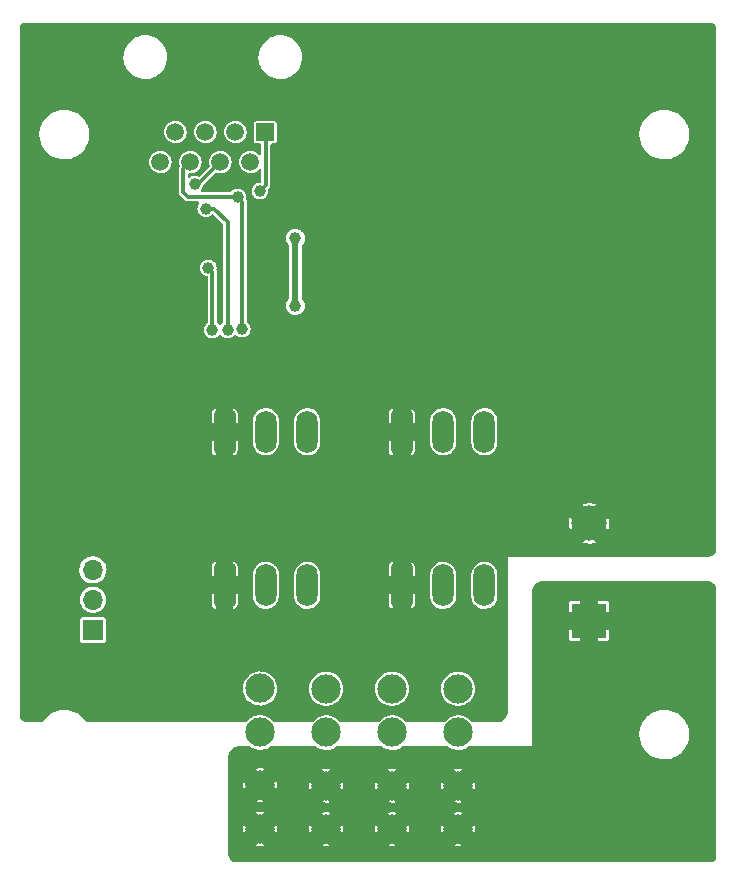
<source format=gbr>
G04 #@! TF.GenerationSoftware,KiCad,Pcbnew,(6.0.5)*
G04 #@! TF.CreationDate,2022-06-02T01:00:37-04:00*
G04 #@! TF.ProjectId,Receiver_Out,52656365-6976-4657-925f-4f75742e6b69,v1*
G04 #@! TF.SameCoordinates,Original*
G04 #@! TF.FileFunction,Copper,L2,Bot*
G04 #@! TF.FilePolarity,Positive*
%FSLAX46Y46*%
G04 Gerber Fmt 4.6, Leading zero omitted, Abs format (unit mm)*
G04 Created by KiCad (PCBNEW (6.0.5)) date 2022-06-02 01:00:37*
%MOMM*%
%LPD*%
G01*
G04 APERTURE LIST*
G04 Aperture macros list*
%AMRoundRect*
0 Rectangle with rounded corners*
0 $1 Rounding radius*
0 $2 $3 $4 $5 $6 $7 $8 $9 X,Y pos of 4 corners*
0 Add a 4 corners polygon primitive as box body*
4,1,4,$2,$3,$4,$5,$6,$7,$8,$9,$2,$3,0*
0 Add four circle primitives for the rounded corners*
1,1,$1+$1,$2,$3*
1,1,$1+$1,$4,$5*
1,1,$1+$1,$6,$7*
1,1,$1+$1,$8,$9*
0 Add four rect primitives between the rounded corners*
20,1,$1+$1,$2,$3,$4,$5,0*
20,1,$1+$1,$4,$5,$6,$7,0*
20,1,$1+$1,$6,$7,$8,$9,0*
20,1,$1+$1,$8,$9,$2,$3,0*%
G04 Aperture macros list end*
G04 #@! TA.AperFunction,ComponentPad*
%ADD10RoundRect,0.250000X-0.650000X-1.550000X0.650000X-1.550000X0.650000X1.550000X-0.650000X1.550000X0*%
G04 #@! TD*
G04 #@! TA.AperFunction,ComponentPad*
%ADD11O,1.800000X3.600000*%
G04 #@! TD*
G04 #@! TA.AperFunction,ComponentPad*
%ADD12R,3.000000X3.000000*%
G04 #@! TD*
G04 #@! TA.AperFunction,ComponentPad*
%ADD13C,3.000000*%
G04 #@! TD*
G04 #@! TA.AperFunction,ComponentPad*
%ADD14C,2.475000*%
G04 #@! TD*
G04 #@! TA.AperFunction,ComponentPad*
%ADD15R,1.700000X1.700000*%
G04 #@! TD*
G04 #@! TA.AperFunction,ComponentPad*
%ADD16O,1.700000X1.700000*%
G04 #@! TD*
G04 #@! TA.AperFunction,ComponentPad*
%ADD17R,1.500000X1.500000*%
G04 #@! TD*
G04 #@! TA.AperFunction,ComponentPad*
%ADD18C,1.500000*%
G04 #@! TD*
G04 #@! TA.AperFunction,ViaPad*
%ADD19C,1.000000*%
G04 #@! TD*
G04 #@! TA.AperFunction,Conductor*
%ADD20C,0.500000*%
G04 #@! TD*
G04 #@! TA.AperFunction,Conductor*
%ADD21C,0.350000*%
G04 #@! TD*
G04 APERTURE END LIST*
D10*
X86300000Y-129600000D03*
D11*
X89800000Y-129600000D03*
X93300000Y-129600000D03*
D10*
X101300000Y-129600000D03*
D11*
X104800000Y-129600000D03*
X108300000Y-129600000D03*
D10*
X101300000Y-116600000D03*
D11*
X104800000Y-116600000D03*
X108300000Y-116600000D03*
D10*
X86300000Y-116600000D03*
D11*
X89800000Y-116600000D03*
X93300000Y-116600000D03*
D12*
X117164800Y-132615760D03*
D13*
X117164800Y-124365840D03*
D14*
X94897000Y-150253600D03*
X94897000Y-146553600D03*
X94897000Y-142053600D03*
X94897000Y-138353600D03*
X106073000Y-150253600D03*
X106073000Y-146553600D03*
X106073000Y-142053600D03*
X106073000Y-138353600D03*
X89309000Y-150238600D03*
X89309000Y-146538600D03*
X89309000Y-142038600D03*
X89309000Y-138338600D03*
X100485000Y-150253600D03*
X100485000Y-146553600D03*
X100485000Y-142053600D03*
X100485000Y-138353600D03*
D15*
X75151000Y-133367800D03*
D16*
X75151000Y-130827800D03*
X75151000Y-128287800D03*
D17*
X89751000Y-91235800D03*
D18*
X88481000Y-93775800D03*
X87211000Y-91235800D03*
X85941000Y-93775800D03*
X84671000Y-91235800D03*
X83401000Y-93775800D03*
X82131000Y-91235800D03*
X80861000Y-93775800D03*
D19*
X85301000Y-99117800D03*
X112101000Y-95757800D03*
X112101000Y-100837800D03*
X117181000Y-95757800D03*
X81621000Y-103123800D03*
X91781000Y-138937800D03*
X71461000Y-95757800D03*
X101941000Y-113537800D03*
X85431000Y-138683800D03*
X74901000Y-110017800D03*
X76541000Y-105917800D03*
X83801000Y-108017800D03*
X90701000Y-108317800D03*
X120801000Y-120717800D03*
X116101000Y-114117800D03*
X112101000Y-123697800D03*
X86701000Y-85597800D03*
X104901000Y-100317800D03*
X86701000Y-113537800D03*
X109561000Y-138937800D03*
X117301000Y-105717800D03*
X96861000Y-85597800D03*
X71461000Y-105917800D03*
X122261000Y-118617800D03*
X70191000Y-130047800D03*
X75801000Y-123717800D03*
X71461000Y-100837800D03*
X71701000Y-114817800D03*
X79335000Y-129793800D03*
X76541000Y-85597800D03*
X94321000Y-113537800D03*
X106701000Y-104117800D03*
X112101000Y-110997800D03*
X113901000Y-125917800D03*
X79081000Y-113537800D03*
X94051000Y-105717800D03*
X103211000Y-138937800D03*
X117181000Y-90677800D03*
X117181000Y-85597800D03*
X93801000Y-107967800D03*
X96301000Y-100517800D03*
X80097000Y-99059800D03*
X107021000Y-85597800D03*
X112101000Y-116077800D03*
X115901000Y-112317800D03*
X84161000Y-85597800D03*
X122261000Y-100837800D03*
X69937000Y-138175800D03*
X112101000Y-90677800D03*
X81875000Y-121919800D03*
X99101000Y-100517800D03*
X122261000Y-105917800D03*
X118301000Y-120717800D03*
X117181000Y-100837800D03*
X89401000Y-108317800D03*
X106701000Y-105517800D03*
X77701000Y-121817800D03*
X105701000Y-95917800D03*
X114133000Y-110997800D03*
X71461000Y-85597800D03*
X112101000Y-105717800D03*
X114801000Y-115617800D03*
X122261000Y-95757800D03*
X94321000Y-126237800D03*
X101941000Y-85597800D03*
X96501000Y-96117800D03*
X97623000Y-138937800D03*
X112101000Y-85597800D03*
X104301000Y-95917800D03*
X82891000Y-136143800D03*
X80097000Y-140207800D03*
X122101000Y-125917800D03*
X107021000Y-90677800D03*
X122261000Y-123697800D03*
X102301000Y-103117800D03*
X99401000Y-113537800D03*
X76541000Y-90677800D03*
X101941000Y-90677800D03*
X76101000Y-119417800D03*
X76541000Y-95757800D03*
X71701000Y-112017800D03*
X122261000Y-85597800D03*
X95301000Y-97917800D03*
X90901000Y-100917800D03*
X115801000Y-120717800D03*
X96861000Y-90677800D03*
X101941000Y-133857800D03*
X113301000Y-120717800D03*
X73101000Y-112017800D03*
X116001000Y-117117800D03*
X115911000Y-109517800D03*
X92301000Y-105917800D03*
X92301000Y-100217800D03*
X118301000Y-145717800D03*
X118301000Y-140717800D03*
X118301000Y-135717800D03*
X113301000Y-150717800D03*
X120801000Y-130717800D03*
X115801000Y-135717800D03*
X108301000Y-150717800D03*
X123301000Y-130717800D03*
X113301000Y-145717800D03*
X113301000Y-140717800D03*
X113301000Y-133217800D03*
X123301000Y-145717800D03*
X123301000Y-150717800D03*
X123301000Y-135717800D03*
X113301000Y-135717800D03*
X118301000Y-150717800D03*
X120801000Y-135717800D03*
X108301000Y-145717800D03*
X113301000Y-130717800D03*
X120801000Y-133217800D03*
X84926010Y-102717800D03*
X85274561Y-107973567D03*
X87406959Y-96717814D03*
X87801000Y-107917800D03*
X83795990Y-95644790D03*
X84701000Y-97717796D03*
X86551000Y-107967800D03*
X89301000Y-96217800D03*
D20*
X92301000Y-105917800D02*
X92301000Y-103017804D01*
X92301000Y-105917800D02*
X92301000Y-100917800D01*
X92301000Y-100917800D02*
X92301000Y-100217800D01*
X92301000Y-105917800D02*
X92301000Y-105917800D01*
D21*
X85274561Y-103066351D02*
X84926010Y-102717800D01*
X85274561Y-107973567D02*
X85274561Y-103066351D01*
X83401000Y-93775800D02*
X82801000Y-94375800D01*
X86699853Y-96717814D02*
X87406959Y-96717814D01*
X87801000Y-97111855D02*
X87801000Y-107917800D01*
X82801000Y-94375800D02*
X82801000Y-96317800D01*
X82801000Y-96317800D02*
X83201014Y-96717814D01*
X87406959Y-96717814D02*
X87801000Y-97111855D01*
X83201014Y-96717814D02*
X86699853Y-96717814D01*
X85941000Y-93775800D02*
X84072010Y-95644790D01*
X84072010Y-95644790D02*
X83795990Y-95644790D01*
X86551000Y-98860690D02*
X85408106Y-97717796D01*
X85408106Y-97717796D02*
X84701000Y-97717796D01*
X86551000Y-107967800D02*
X86551000Y-98860690D01*
X89800999Y-91285799D02*
X89751000Y-91235800D01*
X89301000Y-96217800D02*
X89800999Y-95717801D01*
X89800999Y-95717801D02*
X89800999Y-91285799D01*
G04 #@! TA.AperFunction,Conductor*
G36*
X127693563Y-82038302D02*
G01*
X127705376Y-82046901D01*
X127773514Y-82102821D01*
X127790979Y-82120286D01*
X127846899Y-82188424D01*
X127874653Y-82253771D01*
X127875500Y-82268358D01*
X127875500Y-126767242D01*
X127855498Y-126835363D01*
X127846899Y-126847176D01*
X127790977Y-126915317D01*
X127773515Y-126932779D01*
X127641158Y-127041401D01*
X127620631Y-127055117D01*
X127528417Y-127104407D01*
X127469629Y-127135829D01*
X127446810Y-127145282D01*
X127282957Y-127194985D01*
X127258740Y-127199801D01*
X127082163Y-127217193D01*
X127069813Y-127217800D01*
X110301000Y-127217800D01*
X110301000Y-140211613D01*
X110300393Y-140223963D01*
X110291433Y-140314939D01*
X110283002Y-140400537D01*
X110278185Y-140424757D01*
X110228482Y-140588609D01*
X110219029Y-140611429D01*
X110214178Y-140620505D01*
X110160029Y-140721812D01*
X110138319Y-140762428D01*
X110124601Y-140782958D01*
X110015974Y-140915321D01*
X109998521Y-140932774D01*
X109866158Y-141041401D01*
X109845631Y-141055117D01*
X109753417Y-141104407D01*
X109694629Y-141135829D01*
X109671810Y-141145282D01*
X109507957Y-141194985D01*
X109483740Y-141199801D01*
X109307163Y-141217193D01*
X109294813Y-141217800D01*
X107312026Y-141217800D01*
X107243905Y-141197798D01*
X107216674Y-141172788D01*
X107216217Y-141173204D01*
X107060550Y-141002128D01*
X107057075Y-140998309D01*
X106871504Y-140851755D01*
X106664489Y-140737476D01*
X106543967Y-140694797D01*
X106446465Y-140660269D01*
X106446461Y-140660268D01*
X106441590Y-140658543D01*
X106436497Y-140657636D01*
X106436494Y-140657635D01*
X106213881Y-140617982D01*
X106213875Y-140617981D01*
X106208792Y-140617076D01*
X106117862Y-140615965D01*
X105977515Y-140614250D01*
X105977513Y-140614250D01*
X105972346Y-140614187D01*
X105836631Y-140634954D01*
X105743713Y-140649172D01*
X105743710Y-140649173D01*
X105738604Y-140649954D01*
X105707046Y-140660269D01*
X105518756Y-140721812D01*
X105518754Y-140721813D01*
X105513843Y-140723418D01*
X105509254Y-140725807D01*
X105344174Y-140811742D01*
X105304098Y-140832604D01*
X105299965Y-140835707D01*
X105299962Y-140835709D01*
X105119137Y-140971476D01*
X105115002Y-140974581D01*
X104951634Y-141145536D01*
X104939853Y-141162806D01*
X104884946Y-141207806D01*
X104835767Y-141217800D01*
X101724026Y-141217800D01*
X101655905Y-141197798D01*
X101628674Y-141172788D01*
X101628217Y-141173204D01*
X101472550Y-141002128D01*
X101469075Y-140998309D01*
X101283504Y-140851755D01*
X101076489Y-140737476D01*
X100955967Y-140694797D01*
X100858465Y-140660269D01*
X100858461Y-140660268D01*
X100853590Y-140658543D01*
X100848497Y-140657636D01*
X100848494Y-140657635D01*
X100625881Y-140617982D01*
X100625875Y-140617981D01*
X100620792Y-140617076D01*
X100529862Y-140615965D01*
X100389515Y-140614250D01*
X100389513Y-140614250D01*
X100384346Y-140614187D01*
X100248631Y-140634954D01*
X100155713Y-140649172D01*
X100155710Y-140649173D01*
X100150604Y-140649954D01*
X100119046Y-140660269D01*
X99930756Y-140721812D01*
X99930754Y-140721813D01*
X99925843Y-140723418D01*
X99921254Y-140725807D01*
X99756174Y-140811742D01*
X99716098Y-140832604D01*
X99711965Y-140835707D01*
X99711962Y-140835709D01*
X99531137Y-140971476D01*
X99527002Y-140974581D01*
X99363634Y-141145536D01*
X99351853Y-141162806D01*
X99296946Y-141207806D01*
X99247767Y-141217800D01*
X96136026Y-141217800D01*
X96067905Y-141197798D01*
X96040674Y-141172788D01*
X96040217Y-141173204D01*
X95884550Y-141002128D01*
X95881075Y-140998309D01*
X95695504Y-140851755D01*
X95488489Y-140737476D01*
X95367967Y-140694797D01*
X95270465Y-140660269D01*
X95270461Y-140660268D01*
X95265590Y-140658543D01*
X95260497Y-140657636D01*
X95260494Y-140657635D01*
X95037881Y-140617982D01*
X95037875Y-140617981D01*
X95032792Y-140617076D01*
X94941862Y-140615965D01*
X94801515Y-140614250D01*
X94801513Y-140614250D01*
X94796346Y-140614187D01*
X94660631Y-140634954D01*
X94567713Y-140649172D01*
X94567710Y-140649173D01*
X94562604Y-140649954D01*
X94531046Y-140660269D01*
X94342756Y-140721812D01*
X94342754Y-140721813D01*
X94337843Y-140723418D01*
X94333254Y-140725807D01*
X94168174Y-140811742D01*
X94128098Y-140832604D01*
X94123965Y-140835707D01*
X94123962Y-140835709D01*
X93943137Y-140971476D01*
X93939002Y-140974581D01*
X93775634Y-141145536D01*
X93763853Y-141162806D01*
X93708946Y-141207806D01*
X93659767Y-141217800D01*
X90559326Y-141217800D01*
X90491205Y-141197798D01*
X90459180Y-141165868D01*
X90458178Y-141166639D01*
X90455025Y-141162544D01*
X90452217Y-141158204D01*
X90293075Y-140983309D01*
X90107504Y-140836755D01*
X89900489Y-140722476D01*
X89719949Y-140658543D01*
X89682465Y-140645269D01*
X89682461Y-140645268D01*
X89677590Y-140643543D01*
X89672497Y-140642636D01*
X89672494Y-140642635D01*
X89449881Y-140602982D01*
X89449875Y-140602981D01*
X89444792Y-140602076D01*
X89353862Y-140600965D01*
X89213515Y-140599250D01*
X89213513Y-140599250D01*
X89208346Y-140599187D01*
X89069030Y-140620505D01*
X88979713Y-140634172D01*
X88979710Y-140634173D01*
X88974604Y-140634954D01*
X88868866Y-140669515D01*
X88754756Y-140706812D01*
X88754754Y-140706813D01*
X88749843Y-140708418D01*
X88689215Y-140739979D01*
X88545677Y-140814700D01*
X88540098Y-140817604D01*
X88535965Y-140820707D01*
X88535962Y-140820709D01*
X88355137Y-140956476D01*
X88351002Y-140959581D01*
X88187634Y-141130536D01*
X88168760Y-141158204D01*
X88165621Y-141162806D01*
X88110708Y-141207808D01*
X88061533Y-141217800D01*
X74638765Y-141217800D01*
X74570644Y-141197798D01*
X74530650Y-141156507D01*
X74459854Y-141038215D01*
X74280785Y-140814700D01*
X74116230Y-140658543D01*
X74076147Y-140620505D01*
X74076144Y-140620503D01*
X74073038Y-140617555D01*
X73840457Y-140450429D01*
X73587347Y-140316414D01*
X73318390Y-140217990D01*
X73038564Y-140156978D01*
X72995389Y-140153580D01*
X72816403Y-140139493D01*
X72816396Y-140139493D01*
X72813947Y-140139300D01*
X72659008Y-140139300D01*
X72656872Y-140139446D01*
X72656861Y-140139446D01*
X72449540Y-140153580D01*
X72449534Y-140153581D01*
X72445263Y-140153872D01*
X72441068Y-140154741D01*
X72441066Y-140154741D01*
X72305038Y-140182911D01*
X72164814Y-140211950D01*
X71894842Y-140307552D01*
X71891033Y-140309518D01*
X71714687Y-140400537D01*
X71640342Y-140438909D01*
X71636841Y-140441370D01*
X71636837Y-140441372D01*
X71409529Y-140601127D01*
X71409523Y-140601132D01*
X71406024Y-140603591D01*
X71354404Y-140651559D01*
X71231275Y-140765978D01*
X71196224Y-140798549D01*
X71193510Y-140801865D01*
X71193507Y-140801868D01*
X71108585Y-140905623D01*
X71014823Y-141020177D01*
X70932581Y-141154384D01*
X70930589Y-141157635D01*
X70877941Y-141205266D01*
X70823156Y-141217800D01*
X69757187Y-141217800D01*
X69744837Y-141217193D01*
X69568260Y-141199801D01*
X69544043Y-141194985D01*
X69380190Y-141145282D01*
X69357371Y-141135829D01*
X69298583Y-141104407D01*
X69206369Y-141055117D01*
X69185844Y-141041403D01*
X69053479Y-140932774D01*
X69036026Y-140915321D01*
X68979054Y-140845900D01*
X68951301Y-140780552D01*
X68950454Y-140765978D01*
X68950247Y-138303346D01*
X87866503Y-138303346D01*
X87866800Y-138308499D01*
X87866800Y-138308502D01*
X87872791Y-138412409D01*
X87880114Y-138539417D01*
X87881251Y-138544463D01*
X87881252Y-138544469D01*
X87883494Y-138554417D01*
X87932100Y-138770094D01*
X87934042Y-138774876D01*
X87934043Y-138774880D01*
X88019119Y-138984397D01*
X88021063Y-138989184D01*
X88144614Y-139190801D01*
X88299436Y-139369533D01*
X88481370Y-139520577D01*
X88685531Y-139639879D01*
X88906436Y-139724235D01*
X88911502Y-139725266D01*
X88911503Y-139725266D01*
X88966948Y-139736546D01*
X89138152Y-139771378D01*
X89271352Y-139776262D01*
X89369292Y-139779854D01*
X89369296Y-139779854D01*
X89374456Y-139780043D01*
X89379576Y-139779387D01*
X89379578Y-139779387D01*
X89452573Y-139770036D01*
X89609002Y-139749997D01*
X89613953Y-139748512D01*
X89613956Y-139748511D01*
X89705448Y-139721062D01*
X89835491Y-139682047D01*
X90047841Y-139578017D01*
X90052045Y-139575019D01*
X90052049Y-139575016D01*
X90133003Y-139517272D01*
X90240349Y-139440703D01*
X90407845Y-139273790D01*
X90453896Y-139209704D01*
X90542813Y-139085964D01*
X90542817Y-139085958D01*
X90545831Y-139081763D01*
X90601881Y-138968354D01*
X90648307Y-138874419D01*
X90648308Y-138874417D01*
X90650601Y-138869777D01*
X90719341Y-138643526D01*
X90733047Y-138539417D01*
X90749768Y-138412409D01*
X90749768Y-138412403D01*
X90750205Y-138409087D01*
X90751479Y-138356964D01*
X90751846Y-138341964D01*
X90751846Y-138341960D01*
X90751928Y-138338600D01*
X90750263Y-138318346D01*
X93454503Y-138318346D01*
X93454800Y-138323499D01*
X93454800Y-138323502D01*
X93460791Y-138427409D01*
X93468114Y-138554417D01*
X93469251Y-138559463D01*
X93469252Y-138559469D01*
X93488196Y-138643526D01*
X93520100Y-138785094D01*
X93522042Y-138789876D01*
X93522043Y-138789880D01*
X93560577Y-138884777D01*
X93609063Y-139004184D01*
X93732614Y-139205801D01*
X93887436Y-139384533D01*
X94069370Y-139535577D01*
X94273531Y-139654879D01*
X94494436Y-139739235D01*
X94499502Y-139740266D01*
X94499503Y-139740266D01*
X94540029Y-139748511D01*
X94726152Y-139786378D01*
X94859352Y-139791262D01*
X94957292Y-139794854D01*
X94957296Y-139794854D01*
X94962456Y-139795043D01*
X94967576Y-139794387D01*
X94967578Y-139794387D01*
X95079549Y-139780043D01*
X95197002Y-139764997D01*
X95201953Y-139763512D01*
X95201956Y-139763511D01*
X95329432Y-139725266D01*
X95423491Y-139697047D01*
X95458754Y-139679772D01*
X95631199Y-139595291D01*
X95635841Y-139593017D01*
X95640045Y-139590019D01*
X95640049Y-139590016D01*
X95733739Y-139523187D01*
X95828349Y-139455703D01*
X95995845Y-139288790D01*
X96009642Y-139269590D01*
X96130813Y-139100964D01*
X96130817Y-139100958D01*
X96133831Y-139096763D01*
X96238601Y-138884777D01*
X96307341Y-138658526D01*
X96321047Y-138554417D01*
X96337768Y-138427409D01*
X96337768Y-138427403D01*
X96338205Y-138424087D01*
X96338287Y-138420734D01*
X96339846Y-138356964D01*
X96339846Y-138356960D01*
X96339928Y-138353600D01*
X96337030Y-138318346D01*
X99042503Y-138318346D01*
X99042800Y-138323499D01*
X99042800Y-138323502D01*
X99048791Y-138427409D01*
X99056114Y-138554417D01*
X99057251Y-138559463D01*
X99057252Y-138559469D01*
X99076196Y-138643526D01*
X99108100Y-138785094D01*
X99110042Y-138789876D01*
X99110043Y-138789880D01*
X99148577Y-138884777D01*
X99197063Y-139004184D01*
X99320614Y-139205801D01*
X99475436Y-139384533D01*
X99657370Y-139535577D01*
X99861531Y-139654879D01*
X100082436Y-139739235D01*
X100087502Y-139740266D01*
X100087503Y-139740266D01*
X100128029Y-139748511D01*
X100314152Y-139786378D01*
X100447352Y-139791262D01*
X100545292Y-139794854D01*
X100545296Y-139794854D01*
X100550456Y-139795043D01*
X100555576Y-139794387D01*
X100555578Y-139794387D01*
X100667549Y-139780043D01*
X100785002Y-139764997D01*
X100789953Y-139763512D01*
X100789956Y-139763511D01*
X100917432Y-139725266D01*
X101011491Y-139697047D01*
X101046754Y-139679772D01*
X101219199Y-139595291D01*
X101223841Y-139593017D01*
X101228045Y-139590019D01*
X101228049Y-139590016D01*
X101321739Y-139523187D01*
X101416349Y-139455703D01*
X101583845Y-139288790D01*
X101597642Y-139269590D01*
X101718813Y-139100964D01*
X101718817Y-139100958D01*
X101721831Y-139096763D01*
X101826601Y-138884777D01*
X101895341Y-138658526D01*
X101909047Y-138554417D01*
X101925768Y-138427409D01*
X101925768Y-138427403D01*
X101926205Y-138424087D01*
X101926287Y-138420734D01*
X101927846Y-138356964D01*
X101927846Y-138356960D01*
X101927928Y-138353600D01*
X101925030Y-138318346D01*
X104630503Y-138318346D01*
X104630800Y-138323499D01*
X104630800Y-138323502D01*
X104636791Y-138427409D01*
X104644114Y-138554417D01*
X104645251Y-138559463D01*
X104645252Y-138559469D01*
X104664196Y-138643526D01*
X104696100Y-138785094D01*
X104698042Y-138789876D01*
X104698043Y-138789880D01*
X104736577Y-138884777D01*
X104785063Y-139004184D01*
X104908614Y-139205801D01*
X105063436Y-139384533D01*
X105245370Y-139535577D01*
X105449531Y-139654879D01*
X105670436Y-139739235D01*
X105675502Y-139740266D01*
X105675503Y-139740266D01*
X105716029Y-139748511D01*
X105902152Y-139786378D01*
X106035352Y-139791262D01*
X106133292Y-139794854D01*
X106133296Y-139794854D01*
X106138456Y-139795043D01*
X106143576Y-139794387D01*
X106143578Y-139794387D01*
X106255549Y-139780043D01*
X106373002Y-139764997D01*
X106377953Y-139763512D01*
X106377956Y-139763511D01*
X106505432Y-139725266D01*
X106599491Y-139697047D01*
X106634754Y-139679772D01*
X106807199Y-139595291D01*
X106811841Y-139593017D01*
X106816045Y-139590019D01*
X106816049Y-139590016D01*
X106909739Y-139523187D01*
X107004349Y-139455703D01*
X107171845Y-139288790D01*
X107185642Y-139269590D01*
X107306813Y-139100964D01*
X107306817Y-139100958D01*
X107309831Y-139096763D01*
X107414601Y-138884777D01*
X107483341Y-138658526D01*
X107497047Y-138554417D01*
X107513768Y-138427409D01*
X107513768Y-138427403D01*
X107514205Y-138424087D01*
X107514287Y-138420734D01*
X107515846Y-138356964D01*
X107515846Y-138356960D01*
X107515928Y-138353600D01*
X107496553Y-138117932D01*
X107438947Y-137888594D01*
X107344657Y-137671743D01*
X107216217Y-137473204D01*
X107057075Y-137298309D01*
X106871504Y-137151755D01*
X106664489Y-137037476D01*
X106543967Y-136994797D01*
X106446465Y-136960269D01*
X106446461Y-136960268D01*
X106441590Y-136958543D01*
X106436497Y-136957636D01*
X106436494Y-136957635D01*
X106213881Y-136917982D01*
X106213875Y-136917981D01*
X106208792Y-136917076D01*
X106117862Y-136915965D01*
X105977515Y-136914250D01*
X105977513Y-136914250D01*
X105972346Y-136914187D01*
X105836631Y-136934954D01*
X105743713Y-136949172D01*
X105743710Y-136949173D01*
X105738604Y-136949954D01*
X105707046Y-136960269D01*
X105518756Y-137021812D01*
X105518754Y-137021813D01*
X105513843Y-137023418D01*
X105304098Y-137132604D01*
X105299965Y-137135707D01*
X105299962Y-137135709D01*
X105119137Y-137271476D01*
X105115002Y-137274581D01*
X104951634Y-137445536D01*
X104948720Y-137449808D01*
X104948719Y-137449809D01*
X104855904Y-137585870D01*
X104818381Y-137640877D01*
X104806072Y-137667395D01*
X104723468Y-137845352D01*
X104718822Y-137855360D01*
X104655630Y-138083222D01*
X104630503Y-138318346D01*
X101925030Y-138318346D01*
X101908553Y-138117932D01*
X101850947Y-137888594D01*
X101756657Y-137671743D01*
X101628217Y-137473204D01*
X101469075Y-137298309D01*
X101283504Y-137151755D01*
X101076489Y-137037476D01*
X100955967Y-136994797D01*
X100858465Y-136960269D01*
X100858461Y-136960268D01*
X100853590Y-136958543D01*
X100848497Y-136957636D01*
X100848494Y-136957635D01*
X100625881Y-136917982D01*
X100625875Y-136917981D01*
X100620792Y-136917076D01*
X100529862Y-136915965D01*
X100389515Y-136914250D01*
X100389513Y-136914250D01*
X100384346Y-136914187D01*
X100248631Y-136934954D01*
X100155713Y-136949172D01*
X100155710Y-136949173D01*
X100150604Y-136949954D01*
X100119046Y-136960269D01*
X99930756Y-137021812D01*
X99930754Y-137021813D01*
X99925843Y-137023418D01*
X99716098Y-137132604D01*
X99711965Y-137135707D01*
X99711962Y-137135709D01*
X99531137Y-137271476D01*
X99527002Y-137274581D01*
X99363634Y-137445536D01*
X99360720Y-137449808D01*
X99360719Y-137449809D01*
X99267904Y-137585870D01*
X99230381Y-137640877D01*
X99218072Y-137667395D01*
X99135468Y-137845352D01*
X99130822Y-137855360D01*
X99067630Y-138083222D01*
X99042503Y-138318346D01*
X96337030Y-138318346D01*
X96320553Y-138117932D01*
X96262947Y-137888594D01*
X96168657Y-137671743D01*
X96040217Y-137473204D01*
X95881075Y-137298309D01*
X95695504Y-137151755D01*
X95488489Y-137037476D01*
X95367967Y-136994797D01*
X95270465Y-136960269D01*
X95270461Y-136960268D01*
X95265590Y-136958543D01*
X95260497Y-136957636D01*
X95260494Y-136957635D01*
X95037881Y-136917982D01*
X95037875Y-136917981D01*
X95032792Y-136917076D01*
X94941862Y-136915965D01*
X94801515Y-136914250D01*
X94801513Y-136914250D01*
X94796346Y-136914187D01*
X94660631Y-136934954D01*
X94567713Y-136949172D01*
X94567710Y-136949173D01*
X94562604Y-136949954D01*
X94531046Y-136960269D01*
X94342756Y-137021812D01*
X94342754Y-137021813D01*
X94337843Y-137023418D01*
X94128098Y-137132604D01*
X94123965Y-137135707D01*
X94123962Y-137135709D01*
X93943137Y-137271476D01*
X93939002Y-137274581D01*
X93775634Y-137445536D01*
X93772720Y-137449808D01*
X93772719Y-137449809D01*
X93679904Y-137585870D01*
X93642381Y-137640877D01*
X93630072Y-137667395D01*
X93547468Y-137845352D01*
X93542822Y-137855360D01*
X93479630Y-138083222D01*
X93454503Y-138318346D01*
X90750263Y-138318346D01*
X90732553Y-138102932D01*
X90674947Y-137873594D01*
X90580657Y-137656743D01*
X90452217Y-137458204D01*
X90293075Y-137283309D01*
X90107504Y-137136755D01*
X89900489Y-137022476D01*
X89719949Y-136958543D01*
X89682465Y-136945269D01*
X89682461Y-136945268D01*
X89677590Y-136943543D01*
X89672497Y-136942636D01*
X89672494Y-136942635D01*
X89449881Y-136902982D01*
X89449875Y-136902981D01*
X89444792Y-136902076D01*
X89353862Y-136900965D01*
X89213515Y-136899250D01*
X89213513Y-136899250D01*
X89208346Y-136899187D01*
X89053165Y-136922933D01*
X88979713Y-136934172D01*
X88979710Y-136934173D01*
X88974604Y-136934954D01*
X88868866Y-136969515D01*
X88754756Y-137006812D01*
X88754754Y-137006813D01*
X88749843Y-137008418D01*
X88540098Y-137117604D01*
X88535965Y-137120707D01*
X88535962Y-137120709D01*
X88494613Y-137151755D01*
X88351002Y-137259581D01*
X88187634Y-137430536D01*
X88184720Y-137434808D01*
X88184719Y-137434809D01*
X88161134Y-137469384D01*
X88054381Y-137625877D01*
X87954822Y-137840360D01*
X87891630Y-138068222D01*
X87891081Y-138073356D01*
X87891081Y-138073358D01*
X87890027Y-138083222D01*
X87866503Y-138303346D01*
X68950247Y-138303346D01*
X68949906Y-134242474D01*
X74050500Y-134242474D01*
X74065034Y-134315540D01*
X74120399Y-134398401D01*
X74203260Y-134453766D01*
X74276326Y-134468300D01*
X76025674Y-134468300D01*
X76098740Y-134453766D01*
X76181601Y-134398401D01*
X76236966Y-134315540D01*
X76251500Y-134242474D01*
X76251500Y-132493126D01*
X76236966Y-132420060D01*
X76181601Y-132337199D01*
X76098740Y-132281834D01*
X76025674Y-132267300D01*
X74276326Y-132267300D01*
X74203260Y-132281834D01*
X74120399Y-132337199D01*
X74065034Y-132420060D01*
X74050500Y-132493126D01*
X74050500Y-134242474D01*
X68949906Y-134242474D01*
X68949617Y-130798869D01*
X74046164Y-130798869D01*
X74059392Y-131000694D01*
X74079555Y-131080086D01*
X74104964Y-131180134D01*
X74109178Y-131196728D01*
X74193856Y-131380407D01*
X74197189Y-131385123D01*
X74253090Y-131464221D01*
X74310588Y-131545580D01*
X74314730Y-131549615D01*
X74340700Y-131574914D01*
X74455466Y-131686713D01*
X74623637Y-131799082D01*
X74628940Y-131801360D01*
X74628943Y-131801362D01*
X74717291Y-131839319D01*
X74809470Y-131878922D01*
X75006740Y-131923560D01*
X75012509Y-131923787D01*
X75012512Y-131923787D01*
X75088683Y-131926779D01*
X75208842Y-131931500D01*
X75295132Y-131918989D01*
X75403286Y-131903308D01*
X75403291Y-131903307D01*
X75409007Y-131902478D01*
X75414479Y-131900620D01*
X75414481Y-131900620D01*
X75595067Y-131839319D01*
X75595069Y-131839318D01*
X75600531Y-131837464D01*
X75777001Y-131738637D01*
X75839433Y-131686713D01*
X75928073Y-131612991D01*
X75932505Y-131609305D01*
X76061837Y-131453801D01*
X76160664Y-131277331D01*
X76172481Y-131242521D01*
X76186642Y-131200804D01*
X85200001Y-131200804D01*
X85200280Y-131206725D01*
X85202256Y-131227631D01*
X85205521Y-131242516D01*
X85244694Y-131354064D01*
X85253406Y-131370520D01*
X85322616Y-131464221D01*
X85335779Y-131477384D01*
X85429480Y-131546594D01*
X85445936Y-131555306D01*
X85532908Y-131585849D01*
X85546990Y-131586583D01*
X85550000Y-131580809D01*
X85550000Y-131573736D01*
X87050000Y-131573736D01*
X87053973Y-131587267D01*
X87060416Y-131588193D01*
X87154064Y-131555306D01*
X87170520Y-131546594D01*
X87264221Y-131477384D01*
X87277384Y-131464221D01*
X87346594Y-131370520D01*
X87355306Y-131354064D01*
X87394477Y-131242521D01*
X87397745Y-131227627D01*
X87399721Y-131206719D01*
X87400000Y-131200808D01*
X87400000Y-130552469D01*
X88699500Y-130552469D01*
X88714439Y-130709046D01*
X88716128Y-130714802D01*
X88716128Y-130714804D01*
X88739994Y-130796155D01*
X88773553Y-130910549D01*
X88776297Y-130915876D01*
X88860871Y-131080086D01*
X88869705Y-131097239D01*
X88873409Y-131101954D01*
X88995718Y-131257662D01*
X88995722Y-131257667D01*
X88999424Y-131262379D01*
X89003954Y-131266310D01*
X89003955Y-131266311D01*
X89153498Y-131396079D01*
X89153503Y-131396083D01*
X89158029Y-131400010D01*
X89339799Y-131505166D01*
X89442588Y-131540860D01*
X89532509Y-131572086D01*
X89532511Y-131572086D01*
X89538174Y-131574053D01*
X89544109Y-131574914D01*
X89544111Y-131574914D01*
X89740056Y-131603325D01*
X89740059Y-131603325D01*
X89745996Y-131604186D01*
X89955767Y-131594477D01*
X90087547Y-131562718D01*
X90154085Y-131546682D01*
X90154087Y-131546681D01*
X90159918Y-131545276D01*
X90165376Y-131542794D01*
X90165380Y-131542793D01*
X90281730Y-131489892D01*
X90351081Y-131458360D01*
X90522360Y-131336863D01*
X90667575Y-131185169D01*
X90687610Y-131154140D01*
X90778233Y-131013791D01*
X90778234Y-131013788D01*
X90781485Y-131008754D01*
X90823048Y-130905623D01*
X90857739Y-130819545D01*
X90857740Y-130819542D01*
X90859981Y-130813981D01*
X90861129Y-130808100D01*
X90861131Y-130808095D01*
X90899362Y-130612324D01*
X90899362Y-130612321D01*
X90900230Y-130607878D01*
X90900500Y-130602357D01*
X90900500Y-130552469D01*
X92199500Y-130552469D01*
X92214439Y-130709046D01*
X92216128Y-130714802D01*
X92216128Y-130714804D01*
X92239994Y-130796155D01*
X92273553Y-130910549D01*
X92276297Y-130915876D01*
X92360871Y-131080086D01*
X92369705Y-131097239D01*
X92373409Y-131101954D01*
X92495718Y-131257662D01*
X92495722Y-131257667D01*
X92499424Y-131262379D01*
X92503954Y-131266310D01*
X92503955Y-131266311D01*
X92653498Y-131396079D01*
X92653503Y-131396083D01*
X92658029Y-131400010D01*
X92839799Y-131505166D01*
X92942588Y-131540860D01*
X93032509Y-131572086D01*
X93032511Y-131572086D01*
X93038174Y-131574053D01*
X93044109Y-131574914D01*
X93044111Y-131574914D01*
X93240056Y-131603325D01*
X93240059Y-131603325D01*
X93245996Y-131604186D01*
X93455767Y-131594477D01*
X93587547Y-131562718D01*
X93654085Y-131546682D01*
X93654087Y-131546681D01*
X93659918Y-131545276D01*
X93665376Y-131542794D01*
X93665380Y-131542793D01*
X93781730Y-131489892D01*
X93851081Y-131458360D01*
X94022360Y-131336863D01*
X94152608Y-131200804D01*
X100200001Y-131200804D01*
X100200280Y-131206725D01*
X100202256Y-131227631D01*
X100205521Y-131242516D01*
X100244694Y-131354064D01*
X100253406Y-131370520D01*
X100322616Y-131464221D01*
X100335779Y-131477384D01*
X100429480Y-131546594D01*
X100445936Y-131555306D01*
X100532908Y-131585849D01*
X100546990Y-131586583D01*
X100550000Y-131580809D01*
X100550000Y-131573736D01*
X102050000Y-131573736D01*
X102053973Y-131587267D01*
X102060416Y-131588193D01*
X102154064Y-131555306D01*
X102170520Y-131546594D01*
X102264221Y-131477384D01*
X102277384Y-131464221D01*
X102346594Y-131370520D01*
X102355306Y-131354064D01*
X102394477Y-131242521D01*
X102397745Y-131227627D01*
X102399721Y-131206719D01*
X102400000Y-131200808D01*
X102400000Y-130552469D01*
X103699500Y-130552469D01*
X103714439Y-130709046D01*
X103716128Y-130714802D01*
X103716128Y-130714804D01*
X103739994Y-130796155D01*
X103773553Y-130910549D01*
X103776297Y-130915876D01*
X103860871Y-131080086D01*
X103869705Y-131097239D01*
X103873409Y-131101954D01*
X103995718Y-131257662D01*
X103995722Y-131257667D01*
X103999424Y-131262379D01*
X104003954Y-131266310D01*
X104003955Y-131266311D01*
X104153498Y-131396079D01*
X104153503Y-131396083D01*
X104158029Y-131400010D01*
X104339799Y-131505166D01*
X104442588Y-131540860D01*
X104532509Y-131572086D01*
X104532511Y-131572086D01*
X104538174Y-131574053D01*
X104544109Y-131574914D01*
X104544111Y-131574914D01*
X104740056Y-131603325D01*
X104740059Y-131603325D01*
X104745996Y-131604186D01*
X104955767Y-131594477D01*
X105087547Y-131562718D01*
X105154085Y-131546682D01*
X105154087Y-131546681D01*
X105159918Y-131545276D01*
X105165376Y-131542794D01*
X105165380Y-131542793D01*
X105281730Y-131489892D01*
X105351081Y-131458360D01*
X105522360Y-131336863D01*
X105667575Y-131185169D01*
X105687610Y-131154140D01*
X105778233Y-131013791D01*
X105778234Y-131013788D01*
X105781485Y-131008754D01*
X105823048Y-130905623D01*
X105857739Y-130819545D01*
X105857740Y-130819542D01*
X105859981Y-130813981D01*
X105861129Y-130808100D01*
X105861131Y-130808095D01*
X105899362Y-130612324D01*
X105899362Y-130612321D01*
X105900230Y-130607878D01*
X105900500Y-130602357D01*
X105900500Y-130552469D01*
X107199500Y-130552469D01*
X107214439Y-130709046D01*
X107216128Y-130714802D01*
X107216128Y-130714804D01*
X107239994Y-130796155D01*
X107273553Y-130910549D01*
X107276297Y-130915876D01*
X107360871Y-131080086D01*
X107369705Y-131097239D01*
X107373409Y-131101954D01*
X107495718Y-131257662D01*
X107495722Y-131257667D01*
X107499424Y-131262379D01*
X107503954Y-131266310D01*
X107503955Y-131266311D01*
X107653498Y-131396079D01*
X107653503Y-131396083D01*
X107658029Y-131400010D01*
X107839799Y-131505166D01*
X107942588Y-131540860D01*
X108032509Y-131572086D01*
X108032511Y-131572086D01*
X108038174Y-131574053D01*
X108044109Y-131574914D01*
X108044111Y-131574914D01*
X108240056Y-131603325D01*
X108240059Y-131603325D01*
X108245996Y-131604186D01*
X108455767Y-131594477D01*
X108587547Y-131562718D01*
X108654085Y-131546682D01*
X108654087Y-131546681D01*
X108659918Y-131545276D01*
X108665376Y-131542794D01*
X108665380Y-131542793D01*
X108781730Y-131489892D01*
X108851081Y-131458360D01*
X109022360Y-131336863D01*
X109167575Y-131185169D01*
X109187610Y-131154140D01*
X109278233Y-131013791D01*
X109278234Y-131013788D01*
X109281485Y-131008754D01*
X109323048Y-130905623D01*
X109357739Y-130819545D01*
X109357740Y-130819542D01*
X109359981Y-130813981D01*
X109361129Y-130808100D01*
X109361131Y-130808095D01*
X109399362Y-130612324D01*
X109399362Y-130612321D01*
X109400230Y-130607878D01*
X109400500Y-130602357D01*
X109400500Y-128647531D01*
X109385561Y-128490954D01*
X109326447Y-128289451D01*
X109230295Y-128102761D01*
X109148941Y-127999192D01*
X109104282Y-127942338D01*
X109104278Y-127942333D01*
X109100576Y-127937621D01*
X109019728Y-127867464D01*
X108946502Y-127803921D01*
X108946497Y-127803917D01*
X108941971Y-127799990D01*
X108760201Y-127694834D01*
X108615812Y-127644694D01*
X108567491Y-127627914D01*
X108567489Y-127627914D01*
X108561826Y-127625947D01*
X108555891Y-127625086D01*
X108555889Y-127625086D01*
X108359944Y-127596675D01*
X108359941Y-127596675D01*
X108354004Y-127595814D01*
X108144233Y-127605523D01*
X108012453Y-127637282D01*
X107945915Y-127653318D01*
X107945913Y-127653319D01*
X107940082Y-127654724D01*
X107934624Y-127657206D01*
X107934620Y-127657207D01*
X107818270Y-127710108D01*
X107748919Y-127741640D01*
X107577640Y-127863137D01*
X107432425Y-128014831D01*
X107429174Y-128019866D01*
X107378694Y-128098046D01*
X107318515Y-128191246D01*
X107316273Y-128196809D01*
X107276621Y-128295199D01*
X107240019Y-128386019D01*
X107238871Y-128391900D01*
X107238869Y-128391905D01*
X107218359Y-128496931D01*
X107199770Y-128592122D01*
X107199500Y-128597643D01*
X107199500Y-130552469D01*
X105900500Y-130552469D01*
X105900500Y-128647531D01*
X105885561Y-128490954D01*
X105826447Y-128289451D01*
X105730295Y-128102761D01*
X105648941Y-127999192D01*
X105604282Y-127942338D01*
X105604278Y-127942333D01*
X105600576Y-127937621D01*
X105519728Y-127867464D01*
X105446502Y-127803921D01*
X105446497Y-127803917D01*
X105441971Y-127799990D01*
X105260201Y-127694834D01*
X105115812Y-127644694D01*
X105067491Y-127627914D01*
X105067489Y-127627914D01*
X105061826Y-127625947D01*
X105055891Y-127625086D01*
X105055889Y-127625086D01*
X104859944Y-127596675D01*
X104859941Y-127596675D01*
X104854004Y-127595814D01*
X104644233Y-127605523D01*
X104512453Y-127637282D01*
X104445915Y-127653318D01*
X104445913Y-127653319D01*
X104440082Y-127654724D01*
X104434624Y-127657206D01*
X104434620Y-127657207D01*
X104318270Y-127710108D01*
X104248919Y-127741640D01*
X104077640Y-127863137D01*
X103932425Y-128014831D01*
X103929174Y-128019866D01*
X103878694Y-128098046D01*
X103818515Y-128191246D01*
X103816273Y-128196809D01*
X103776621Y-128295199D01*
X103740019Y-128386019D01*
X103738871Y-128391900D01*
X103738869Y-128391905D01*
X103718359Y-128496931D01*
X103699770Y-128592122D01*
X103699500Y-128597643D01*
X103699500Y-130552469D01*
X102400000Y-130552469D01*
X102400000Y-130368115D01*
X102395525Y-130352876D01*
X102394135Y-130351671D01*
X102386452Y-130350000D01*
X102068115Y-130350000D01*
X102052876Y-130354475D01*
X102051671Y-130355865D01*
X102050000Y-130363548D01*
X102050000Y-131573736D01*
X100550000Y-131573736D01*
X100550000Y-130368115D01*
X100545525Y-130352876D01*
X100544135Y-130351671D01*
X100536452Y-130350000D01*
X100218116Y-130350000D01*
X100202877Y-130354475D01*
X100201672Y-130355865D01*
X100200001Y-130363548D01*
X100200001Y-131200804D01*
X94152608Y-131200804D01*
X94167575Y-131185169D01*
X94187610Y-131154140D01*
X94278233Y-131013791D01*
X94278234Y-131013788D01*
X94281485Y-131008754D01*
X94323048Y-130905623D01*
X94357739Y-130819545D01*
X94357740Y-130819542D01*
X94359981Y-130813981D01*
X94361129Y-130808100D01*
X94361131Y-130808095D01*
X94399362Y-130612324D01*
X94399362Y-130612321D01*
X94400230Y-130607878D01*
X94400500Y-130602357D01*
X94400500Y-128831885D01*
X100200000Y-128831885D01*
X100204475Y-128847124D01*
X100205865Y-128848329D01*
X100213548Y-128850000D01*
X100531885Y-128850000D01*
X100547124Y-128845525D01*
X100548329Y-128844135D01*
X100550000Y-128836452D01*
X100550000Y-128831885D01*
X102050000Y-128831885D01*
X102054475Y-128847124D01*
X102055865Y-128848329D01*
X102063548Y-128850000D01*
X102381884Y-128850000D01*
X102397123Y-128845525D01*
X102398328Y-128844135D01*
X102399999Y-128836452D01*
X102399999Y-127999196D01*
X102399720Y-127993275D01*
X102397744Y-127972369D01*
X102394479Y-127957484D01*
X102355306Y-127845936D01*
X102346594Y-127829480D01*
X102277384Y-127735779D01*
X102264221Y-127722616D01*
X102170520Y-127653406D01*
X102154064Y-127644694D01*
X102067092Y-127614151D01*
X102053010Y-127613417D01*
X102050000Y-127619191D01*
X102050000Y-128831885D01*
X100550000Y-128831885D01*
X100550000Y-127626264D01*
X100546027Y-127612733D01*
X100539584Y-127611807D01*
X100445936Y-127644694D01*
X100429480Y-127653406D01*
X100335779Y-127722616D01*
X100322616Y-127735779D01*
X100253406Y-127829480D01*
X100244694Y-127845936D01*
X100205523Y-127957479D01*
X100202255Y-127972373D01*
X100200279Y-127993281D01*
X100200000Y-127999192D01*
X100200000Y-128831885D01*
X94400500Y-128831885D01*
X94400500Y-128647531D01*
X94385561Y-128490954D01*
X94326447Y-128289451D01*
X94230295Y-128102761D01*
X94148941Y-127999192D01*
X94104282Y-127942338D01*
X94104278Y-127942333D01*
X94100576Y-127937621D01*
X94019728Y-127867464D01*
X93946502Y-127803921D01*
X93946497Y-127803917D01*
X93941971Y-127799990D01*
X93760201Y-127694834D01*
X93615812Y-127644694D01*
X93567491Y-127627914D01*
X93567489Y-127627914D01*
X93561826Y-127625947D01*
X93555891Y-127625086D01*
X93555889Y-127625086D01*
X93359944Y-127596675D01*
X93359941Y-127596675D01*
X93354004Y-127595814D01*
X93144233Y-127605523D01*
X93012453Y-127637282D01*
X92945915Y-127653318D01*
X92945913Y-127653319D01*
X92940082Y-127654724D01*
X92934624Y-127657206D01*
X92934620Y-127657207D01*
X92818270Y-127710108D01*
X92748919Y-127741640D01*
X92577640Y-127863137D01*
X92432425Y-128014831D01*
X92429174Y-128019866D01*
X92378694Y-128098046D01*
X92318515Y-128191246D01*
X92316273Y-128196809D01*
X92276621Y-128295199D01*
X92240019Y-128386019D01*
X92238871Y-128391900D01*
X92238869Y-128391905D01*
X92218359Y-128496931D01*
X92199770Y-128592122D01*
X92199500Y-128597643D01*
X92199500Y-130552469D01*
X90900500Y-130552469D01*
X90900500Y-128647531D01*
X90885561Y-128490954D01*
X90826447Y-128289451D01*
X90730295Y-128102761D01*
X90648941Y-127999192D01*
X90604282Y-127942338D01*
X90604278Y-127942333D01*
X90600576Y-127937621D01*
X90519728Y-127867464D01*
X90446502Y-127803921D01*
X90446497Y-127803917D01*
X90441971Y-127799990D01*
X90260201Y-127694834D01*
X90115812Y-127644694D01*
X90067491Y-127627914D01*
X90067489Y-127627914D01*
X90061826Y-127625947D01*
X90055891Y-127625086D01*
X90055889Y-127625086D01*
X89859944Y-127596675D01*
X89859941Y-127596675D01*
X89854004Y-127595814D01*
X89644233Y-127605523D01*
X89512453Y-127637282D01*
X89445915Y-127653318D01*
X89445913Y-127653319D01*
X89440082Y-127654724D01*
X89434624Y-127657206D01*
X89434620Y-127657207D01*
X89318270Y-127710108D01*
X89248919Y-127741640D01*
X89077640Y-127863137D01*
X88932425Y-128014831D01*
X88929174Y-128019866D01*
X88878694Y-128098046D01*
X88818515Y-128191246D01*
X88816273Y-128196809D01*
X88776621Y-128295199D01*
X88740019Y-128386019D01*
X88738871Y-128391900D01*
X88738869Y-128391905D01*
X88718359Y-128496931D01*
X88699770Y-128592122D01*
X88699500Y-128597643D01*
X88699500Y-130552469D01*
X87400000Y-130552469D01*
X87400000Y-130368115D01*
X87395525Y-130352876D01*
X87394135Y-130351671D01*
X87386452Y-130350000D01*
X87068115Y-130350000D01*
X87052876Y-130354475D01*
X87051671Y-130355865D01*
X87050000Y-130363548D01*
X87050000Y-131573736D01*
X85550000Y-131573736D01*
X85550000Y-130368115D01*
X85545525Y-130352876D01*
X85544135Y-130351671D01*
X85536452Y-130350000D01*
X85218116Y-130350000D01*
X85202877Y-130354475D01*
X85201672Y-130355865D01*
X85200001Y-130363548D01*
X85200001Y-131200804D01*
X76186642Y-131200804D01*
X76223820Y-131091281D01*
X76223820Y-131091279D01*
X76225678Y-131085807D01*
X76226507Y-131080091D01*
X76226508Y-131080086D01*
X76243809Y-130960756D01*
X76254700Y-130885642D01*
X76256215Y-130827800D01*
X76237708Y-130626391D01*
X76182807Y-130431726D01*
X76093351Y-130250327D01*
X76075079Y-130225857D01*
X75975788Y-130092891D01*
X75975787Y-130092890D01*
X75972335Y-130088267D01*
X75949350Y-130067020D01*
X75828053Y-129954894D01*
X75828051Y-129954892D01*
X75823812Y-129950974D01*
X75796374Y-129933662D01*
X75657637Y-129846125D01*
X75652757Y-129843046D01*
X75464898Y-129768098D01*
X75266526Y-129728639D01*
X75260752Y-129728563D01*
X75260748Y-129728563D01*
X75158257Y-129727222D01*
X75064286Y-129725992D01*
X75058589Y-129726971D01*
X75058588Y-129726971D01*
X74870646Y-129759265D01*
X74870645Y-129759265D01*
X74864949Y-129760244D01*
X74675193Y-129830249D01*
X74501371Y-129933662D01*
X74349305Y-130067020D01*
X74224089Y-130225857D01*
X74129914Y-130404853D01*
X74069937Y-130598013D01*
X74046164Y-130798869D01*
X68949617Y-130798869D01*
X68949403Y-128257554D01*
X73995967Y-128257554D01*
X74009796Y-128468549D01*
X74011217Y-128474145D01*
X74011218Y-128474150D01*
X74055252Y-128647531D01*
X74061845Y-128673490D01*
X74150369Y-128865514D01*
X74272405Y-129038191D01*
X74423865Y-129185737D01*
X74428661Y-129188942D01*
X74428664Y-129188944D01*
X74571936Y-129284675D01*
X74599677Y-129303211D01*
X74604985Y-129305492D01*
X74604986Y-129305492D01*
X74788650Y-129384400D01*
X74788653Y-129384401D01*
X74793953Y-129386678D01*
X74799582Y-129387952D01*
X74799583Y-129387952D01*
X74994550Y-129432069D01*
X74994553Y-129432069D01*
X75000186Y-129433344D01*
X75005957Y-129433571D01*
X75005959Y-129433571D01*
X75067989Y-129436008D01*
X75211470Y-129441646D01*
X75217179Y-129440818D01*
X75217183Y-129440818D01*
X75415015Y-129412133D01*
X75415019Y-129412132D01*
X75420730Y-129411304D01*
X75499987Y-129384400D01*
X75615483Y-129345195D01*
X75615488Y-129345193D01*
X75620955Y-129343337D01*
X75625998Y-129340513D01*
X75800395Y-129242846D01*
X75800399Y-129242843D01*
X75805442Y-129240019D01*
X75968012Y-129104812D01*
X76103219Y-128942242D01*
X76106043Y-128937199D01*
X76106046Y-128937195D01*
X76165022Y-128831885D01*
X85200000Y-128831885D01*
X85204475Y-128847124D01*
X85205865Y-128848329D01*
X85213548Y-128850000D01*
X85531885Y-128850000D01*
X85547124Y-128845525D01*
X85548329Y-128844135D01*
X85550000Y-128836452D01*
X85550000Y-128831885D01*
X87050000Y-128831885D01*
X87054475Y-128847124D01*
X87055865Y-128848329D01*
X87063548Y-128850000D01*
X87381884Y-128850000D01*
X87397123Y-128845525D01*
X87398328Y-128844135D01*
X87399999Y-128836452D01*
X87399999Y-127999196D01*
X87399720Y-127993275D01*
X87397744Y-127972369D01*
X87394479Y-127957484D01*
X87355306Y-127845936D01*
X87346594Y-127829480D01*
X87277384Y-127735779D01*
X87264221Y-127722616D01*
X87170520Y-127653406D01*
X87154064Y-127644694D01*
X87067092Y-127614151D01*
X87053010Y-127613417D01*
X87050000Y-127619191D01*
X87050000Y-128831885D01*
X85550000Y-128831885D01*
X85550000Y-127626264D01*
X85546027Y-127612733D01*
X85539584Y-127611807D01*
X85445936Y-127644694D01*
X85429480Y-127653406D01*
X85335779Y-127722616D01*
X85322616Y-127735779D01*
X85253406Y-127829480D01*
X85244694Y-127845936D01*
X85205523Y-127957479D01*
X85202255Y-127972373D01*
X85200279Y-127993281D01*
X85200000Y-127999192D01*
X85200000Y-128831885D01*
X76165022Y-128831885D01*
X76203713Y-128762798D01*
X76203714Y-128762796D01*
X76206537Y-128757755D01*
X76208393Y-128752288D01*
X76208395Y-128752283D01*
X76260361Y-128599195D01*
X76274504Y-128557530D01*
X76284158Y-128490954D01*
X76304314Y-128351940D01*
X76304314Y-128351938D01*
X76304846Y-128348270D01*
X76306429Y-128287800D01*
X76287081Y-128077240D01*
X76229686Y-127873731D01*
X76226596Y-127867464D01*
X76138719Y-127689269D01*
X76136165Y-127684090D01*
X76009651Y-127514667D01*
X75854381Y-127371137D01*
X75675554Y-127258305D01*
X75479160Y-127179952D01*
X75473503Y-127178827D01*
X75473497Y-127178825D01*
X75277442Y-127139828D01*
X75277440Y-127139828D01*
X75271775Y-127138701D01*
X75266000Y-127138625D01*
X75265996Y-127138625D01*
X75159976Y-127137237D01*
X75060346Y-127135933D01*
X75054649Y-127136912D01*
X75054648Y-127136912D01*
X74857650Y-127170762D01*
X74857649Y-127170762D01*
X74851953Y-127171741D01*
X74653575Y-127244927D01*
X74648614Y-127247879D01*
X74648613Y-127247879D01*
X74631089Y-127258305D01*
X74471856Y-127353038D01*
X74312881Y-127492455D01*
X74181976Y-127658508D01*
X74179287Y-127663619D01*
X74179285Y-127663622D01*
X74165792Y-127689269D01*
X74083523Y-127845636D01*
X74020820Y-128047573D01*
X73995967Y-128257554D01*
X68949403Y-128257554D01*
X68949211Y-125974610D01*
X116622310Y-125974610D01*
X116624775Y-125977902D01*
X116625396Y-125978233D01*
X116719157Y-126010976D01*
X116728167Y-126013390D01*
X116967227Y-126058778D01*
X116976482Y-126059832D01*
X117219628Y-126069386D01*
X117228942Y-126069060D01*
X117470816Y-126042571D01*
X117479993Y-126040870D01*
X117699299Y-125983132D01*
X117711373Y-125975844D01*
X117711201Y-125974349D01*
X117708212Y-125969912D01*
X117177612Y-125439312D01*
X117163668Y-125431698D01*
X117161835Y-125431829D01*
X117155220Y-125436080D01*
X116629070Y-125962230D01*
X116622310Y-125974610D01*
X68949211Y-125974610D01*
X68949073Y-124325885D01*
X115460841Y-124325885D01*
X115472516Y-124568929D01*
X115473652Y-124578184D01*
X115521125Y-124816842D01*
X115523613Y-124825814D01*
X115549339Y-124897467D01*
X115557651Y-124908861D01*
X115561963Y-124907978D01*
X115562112Y-124907868D01*
X116091328Y-124378652D01*
X116097706Y-124366972D01*
X118230658Y-124366972D01*
X118230789Y-124368805D01*
X118235040Y-124375420D01*
X118763133Y-124903513D01*
X118775513Y-124910273D01*
X118777182Y-124909023D01*
X118779099Y-124905143D01*
X118834073Y-124710220D01*
X118835933Y-124701078D01*
X118866833Y-124458191D01*
X118867314Y-124451904D01*
X118869484Y-124369000D01*
X118869333Y-124362690D01*
X118851189Y-124118524D01*
X118849809Y-124109293D01*
X118796108Y-123871971D01*
X118793384Y-123863060D01*
X118781710Y-123833040D01*
X118773103Y-123821869D01*
X118768321Y-123822979D01*
X118238272Y-124353028D01*
X118230658Y-124366972D01*
X116097706Y-124366972D01*
X116098942Y-124364708D01*
X116098811Y-124362875D01*
X116094560Y-124356260D01*
X115565396Y-123827096D01*
X115553016Y-123820336D01*
X115549024Y-123823324D01*
X115546979Y-123829438D01*
X115487085Y-124065271D01*
X115485463Y-124074468D01*
X115461086Y-124316560D01*
X115460841Y-124325885D01*
X68949073Y-124325885D01*
X68948941Y-122757825D01*
X116620427Y-122757825D01*
X116620761Y-122760179D01*
X116622931Y-122763311D01*
X117151988Y-123292368D01*
X117165932Y-123299982D01*
X117167765Y-123299851D01*
X117174380Y-123295600D01*
X117700729Y-122769251D01*
X117707489Y-122756871D01*
X117705543Y-122754272D01*
X117703535Y-122753236D01*
X117567220Y-122709601D01*
X117558160Y-122707425D01*
X117317991Y-122668311D01*
X117308704Y-122667499D01*
X117065403Y-122664314D01*
X117056091Y-122664884D01*
X116814989Y-122697696D01*
X116805871Y-122699634D01*
X116632307Y-122750223D01*
X116620427Y-122757825D01*
X68948941Y-122757825D01*
X68948558Y-118200804D01*
X85200001Y-118200804D01*
X85200280Y-118206725D01*
X85202256Y-118227631D01*
X85205521Y-118242516D01*
X85244694Y-118354064D01*
X85253406Y-118370520D01*
X85322616Y-118464221D01*
X85335779Y-118477384D01*
X85429480Y-118546594D01*
X85445936Y-118555306D01*
X85532908Y-118585849D01*
X85546990Y-118586583D01*
X85550000Y-118580809D01*
X85550000Y-118573736D01*
X87050000Y-118573736D01*
X87053973Y-118587267D01*
X87060416Y-118588193D01*
X87154064Y-118555306D01*
X87170520Y-118546594D01*
X87264221Y-118477384D01*
X87277384Y-118464221D01*
X87346594Y-118370520D01*
X87355306Y-118354064D01*
X87394477Y-118242521D01*
X87397745Y-118227627D01*
X87399721Y-118206719D01*
X87400000Y-118200808D01*
X87400000Y-117552469D01*
X88699500Y-117552469D01*
X88714439Y-117709046D01*
X88773553Y-117910549D01*
X88869705Y-118097239D01*
X88873409Y-118101954D01*
X88995718Y-118257662D01*
X88995722Y-118257667D01*
X88999424Y-118262379D01*
X89003954Y-118266310D01*
X89003955Y-118266311D01*
X89153498Y-118396079D01*
X89153503Y-118396083D01*
X89158029Y-118400010D01*
X89339799Y-118505166D01*
X89447527Y-118542575D01*
X89532509Y-118572086D01*
X89532511Y-118572086D01*
X89538174Y-118574053D01*
X89544109Y-118574914D01*
X89544111Y-118574914D01*
X89740056Y-118603325D01*
X89740059Y-118603325D01*
X89745996Y-118604186D01*
X89955767Y-118594477D01*
X90087547Y-118562718D01*
X90154085Y-118546682D01*
X90154087Y-118546681D01*
X90159918Y-118545276D01*
X90165376Y-118542794D01*
X90165380Y-118542793D01*
X90281730Y-118489892D01*
X90351081Y-118458360D01*
X90522360Y-118336863D01*
X90667575Y-118185169D01*
X90687610Y-118154140D01*
X90778233Y-118013791D01*
X90778234Y-118013788D01*
X90781485Y-118008754D01*
X90821063Y-117910549D01*
X90857739Y-117819545D01*
X90857740Y-117819542D01*
X90859981Y-117813981D01*
X90861129Y-117808100D01*
X90861131Y-117808095D01*
X90899362Y-117612324D01*
X90899362Y-117612321D01*
X90900230Y-117607878D01*
X90900500Y-117602357D01*
X90900500Y-117552469D01*
X92199500Y-117552469D01*
X92214439Y-117709046D01*
X92273553Y-117910549D01*
X92369705Y-118097239D01*
X92373409Y-118101954D01*
X92495718Y-118257662D01*
X92495722Y-118257667D01*
X92499424Y-118262379D01*
X92503954Y-118266310D01*
X92503955Y-118266311D01*
X92653498Y-118396079D01*
X92653503Y-118396083D01*
X92658029Y-118400010D01*
X92839799Y-118505166D01*
X92947527Y-118542575D01*
X93032509Y-118572086D01*
X93032511Y-118572086D01*
X93038174Y-118574053D01*
X93044109Y-118574914D01*
X93044111Y-118574914D01*
X93240056Y-118603325D01*
X93240059Y-118603325D01*
X93245996Y-118604186D01*
X93455767Y-118594477D01*
X93587547Y-118562718D01*
X93654085Y-118546682D01*
X93654087Y-118546681D01*
X93659918Y-118545276D01*
X93665376Y-118542794D01*
X93665380Y-118542793D01*
X93781730Y-118489892D01*
X93851081Y-118458360D01*
X94022360Y-118336863D01*
X94152608Y-118200804D01*
X100200001Y-118200804D01*
X100200280Y-118206725D01*
X100202256Y-118227631D01*
X100205521Y-118242516D01*
X100244694Y-118354064D01*
X100253406Y-118370520D01*
X100322616Y-118464221D01*
X100335779Y-118477384D01*
X100429480Y-118546594D01*
X100445936Y-118555306D01*
X100532908Y-118585849D01*
X100546990Y-118586583D01*
X100550000Y-118580809D01*
X100550000Y-118573736D01*
X102050000Y-118573736D01*
X102053973Y-118587267D01*
X102060416Y-118588193D01*
X102154064Y-118555306D01*
X102170520Y-118546594D01*
X102264221Y-118477384D01*
X102277384Y-118464221D01*
X102346594Y-118370520D01*
X102355306Y-118354064D01*
X102394477Y-118242521D01*
X102397745Y-118227627D01*
X102399721Y-118206719D01*
X102400000Y-118200808D01*
X102400000Y-117552469D01*
X103699500Y-117552469D01*
X103714439Y-117709046D01*
X103773553Y-117910549D01*
X103869705Y-118097239D01*
X103873409Y-118101954D01*
X103995718Y-118257662D01*
X103995722Y-118257667D01*
X103999424Y-118262379D01*
X104003954Y-118266310D01*
X104003955Y-118266311D01*
X104153498Y-118396079D01*
X104153503Y-118396083D01*
X104158029Y-118400010D01*
X104339799Y-118505166D01*
X104447527Y-118542575D01*
X104532509Y-118572086D01*
X104532511Y-118572086D01*
X104538174Y-118574053D01*
X104544109Y-118574914D01*
X104544111Y-118574914D01*
X104740056Y-118603325D01*
X104740059Y-118603325D01*
X104745996Y-118604186D01*
X104955767Y-118594477D01*
X105087547Y-118562718D01*
X105154085Y-118546682D01*
X105154087Y-118546681D01*
X105159918Y-118545276D01*
X105165376Y-118542794D01*
X105165380Y-118542793D01*
X105281730Y-118489892D01*
X105351081Y-118458360D01*
X105522360Y-118336863D01*
X105667575Y-118185169D01*
X105687610Y-118154140D01*
X105778233Y-118013791D01*
X105778234Y-118013788D01*
X105781485Y-118008754D01*
X105821063Y-117910549D01*
X105857739Y-117819545D01*
X105857740Y-117819542D01*
X105859981Y-117813981D01*
X105861129Y-117808100D01*
X105861131Y-117808095D01*
X105899362Y-117612324D01*
X105899362Y-117612321D01*
X105900230Y-117607878D01*
X105900500Y-117602357D01*
X105900500Y-117552469D01*
X107199500Y-117552469D01*
X107214439Y-117709046D01*
X107273553Y-117910549D01*
X107369705Y-118097239D01*
X107373409Y-118101954D01*
X107495718Y-118257662D01*
X107495722Y-118257667D01*
X107499424Y-118262379D01*
X107503954Y-118266310D01*
X107503955Y-118266311D01*
X107653498Y-118396079D01*
X107653503Y-118396083D01*
X107658029Y-118400010D01*
X107839799Y-118505166D01*
X107947527Y-118542575D01*
X108032509Y-118572086D01*
X108032511Y-118572086D01*
X108038174Y-118574053D01*
X108044109Y-118574914D01*
X108044111Y-118574914D01*
X108240056Y-118603325D01*
X108240059Y-118603325D01*
X108245996Y-118604186D01*
X108455767Y-118594477D01*
X108587547Y-118562718D01*
X108654085Y-118546682D01*
X108654087Y-118546681D01*
X108659918Y-118545276D01*
X108665376Y-118542794D01*
X108665380Y-118542793D01*
X108781730Y-118489892D01*
X108851081Y-118458360D01*
X109022360Y-118336863D01*
X109167575Y-118185169D01*
X109187610Y-118154140D01*
X109278233Y-118013791D01*
X109278234Y-118013788D01*
X109281485Y-118008754D01*
X109321063Y-117910549D01*
X109357739Y-117819545D01*
X109357740Y-117819542D01*
X109359981Y-117813981D01*
X109361129Y-117808100D01*
X109361131Y-117808095D01*
X109399362Y-117612324D01*
X109399362Y-117612321D01*
X109400230Y-117607878D01*
X109400500Y-117602357D01*
X109400500Y-115647531D01*
X109385561Y-115490954D01*
X109326447Y-115289451D01*
X109230295Y-115102761D01*
X109148941Y-114999192D01*
X109104282Y-114942338D01*
X109104278Y-114942333D01*
X109100576Y-114937621D01*
X109019728Y-114867464D01*
X108946502Y-114803921D01*
X108946497Y-114803917D01*
X108941971Y-114799990D01*
X108760201Y-114694834D01*
X108615812Y-114644694D01*
X108567491Y-114627914D01*
X108567489Y-114627914D01*
X108561826Y-114625947D01*
X108555891Y-114625086D01*
X108555889Y-114625086D01*
X108359944Y-114596675D01*
X108359941Y-114596675D01*
X108354004Y-114595814D01*
X108144233Y-114605523D01*
X108012453Y-114637282D01*
X107945915Y-114653318D01*
X107945913Y-114653319D01*
X107940082Y-114654724D01*
X107934624Y-114657206D01*
X107934620Y-114657207D01*
X107818270Y-114710108D01*
X107748919Y-114741640D01*
X107577640Y-114863137D01*
X107432425Y-115014831D01*
X107429174Y-115019866D01*
X107378694Y-115098046D01*
X107318515Y-115191246D01*
X107316273Y-115196809D01*
X107276621Y-115295199D01*
X107240019Y-115386019D01*
X107238871Y-115391900D01*
X107238869Y-115391905D01*
X107218359Y-115496931D01*
X107199770Y-115592122D01*
X107199500Y-115597643D01*
X107199500Y-117552469D01*
X105900500Y-117552469D01*
X105900500Y-115647531D01*
X105885561Y-115490954D01*
X105826447Y-115289451D01*
X105730295Y-115102761D01*
X105648941Y-114999192D01*
X105604282Y-114942338D01*
X105604278Y-114942333D01*
X105600576Y-114937621D01*
X105519728Y-114867464D01*
X105446502Y-114803921D01*
X105446497Y-114803917D01*
X105441971Y-114799990D01*
X105260201Y-114694834D01*
X105115812Y-114644694D01*
X105067491Y-114627914D01*
X105067489Y-114627914D01*
X105061826Y-114625947D01*
X105055891Y-114625086D01*
X105055889Y-114625086D01*
X104859944Y-114596675D01*
X104859941Y-114596675D01*
X104854004Y-114595814D01*
X104644233Y-114605523D01*
X104512453Y-114637282D01*
X104445915Y-114653318D01*
X104445913Y-114653319D01*
X104440082Y-114654724D01*
X104434624Y-114657206D01*
X104434620Y-114657207D01*
X104318270Y-114710108D01*
X104248919Y-114741640D01*
X104077640Y-114863137D01*
X103932425Y-115014831D01*
X103929174Y-115019866D01*
X103878694Y-115098046D01*
X103818515Y-115191246D01*
X103816273Y-115196809D01*
X103776621Y-115295199D01*
X103740019Y-115386019D01*
X103738871Y-115391900D01*
X103738869Y-115391905D01*
X103718359Y-115496931D01*
X103699770Y-115592122D01*
X103699500Y-115597643D01*
X103699500Y-117552469D01*
X102400000Y-117552469D01*
X102400000Y-117368115D01*
X102395525Y-117352876D01*
X102394135Y-117351671D01*
X102386452Y-117350000D01*
X102068115Y-117350000D01*
X102052876Y-117354475D01*
X102051671Y-117355865D01*
X102050000Y-117363548D01*
X102050000Y-118573736D01*
X100550000Y-118573736D01*
X100550000Y-117368115D01*
X100545525Y-117352876D01*
X100544135Y-117351671D01*
X100536452Y-117350000D01*
X100218116Y-117350000D01*
X100202877Y-117354475D01*
X100201672Y-117355865D01*
X100200001Y-117363548D01*
X100200001Y-118200804D01*
X94152608Y-118200804D01*
X94167575Y-118185169D01*
X94187610Y-118154140D01*
X94278233Y-118013791D01*
X94278234Y-118013788D01*
X94281485Y-118008754D01*
X94321063Y-117910549D01*
X94357739Y-117819545D01*
X94357740Y-117819542D01*
X94359981Y-117813981D01*
X94361129Y-117808100D01*
X94361131Y-117808095D01*
X94399362Y-117612324D01*
X94399362Y-117612321D01*
X94400230Y-117607878D01*
X94400500Y-117602357D01*
X94400500Y-115831885D01*
X100200000Y-115831885D01*
X100204475Y-115847124D01*
X100205865Y-115848329D01*
X100213548Y-115850000D01*
X100531885Y-115850000D01*
X100547124Y-115845525D01*
X100548329Y-115844135D01*
X100550000Y-115836452D01*
X100550000Y-115831885D01*
X102050000Y-115831885D01*
X102054475Y-115847124D01*
X102055865Y-115848329D01*
X102063548Y-115850000D01*
X102381884Y-115850000D01*
X102397123Y-115845525D01*
X102398328Y-115844135D01*
X102399999Y-115836452D01*
X102399999Y-114999196D01*
X102399720Y-114993275D01*
X102397744Y-114972369D01*
X102394479Y-114957484D01*
X102355306Y-114845936D01*
X102346594Y-114829480D01*
X102277384Y-114735779D01*
X102264221Y-114722616D01*
X102170520Y-114653406D01*
X102154064Y-114644694D01*
X102067092Y-114614151D01*
X102053010Y-114613417D01*
X102050000Y-114619191D01*
X102050000Y-115831885D01*
X100550000Y-115831885D01*
X100550000Y-114626264D01*
X100546027Y-114612733D01*
X100539584Y-114611807D01*
X100445936Y-114644694D01*
X100429480Y-114653406D01*
X100335779Y-114722616D01*
X100322616Y-114735779D01*
X100253406Y-114829480D01*
X100244694Y-114845936D01*
X100205523Y-114957479D01*
X100202255Y-114972373D01*
X100200279Y-114993281D01*
X100200000Y-114999192D01*
X100200000Y-115831885D01*
X94400500Y-115831885D01*
X94400500Y-115647531D01*
X94385561Y-115490954D01*
X94326447Y-115289451D01*
X94230295Y-115102761D01*
X94148941Y-114999192D01*
X94104282Y-114942338D01*
X94104278Y-114942333D01*
X94100576Y-114937621D01*
X94019728Y-114867464D01*
X93946502Y-114803921D01*
X93946497Y-114803917D01*
X93941971Y-114799990D01*
X93760201Y-114694834D01*
X93615812Y-114644694D01*
X93567491Y-114627914D01*
X93567489Y-114627914D01*
X93561826Y-114625947D01*
X93555891Y-114625086D01*
X93555889Y-114625086D01*
X93359944Y-114596675D01*
X93359941Y-114596675D01*
X93354004Y-114595814D01*
X93144233Y-114605523D01*
X93012453Y-114637282D01*
X92945915Y-114653318D01*
X92945913Y-114653319D01*
X92940082Y-114654724D01*
X92934624Y-114657206D01*
X92934620Y-114657207D01*
X92818270Y-114710108D01*
X92748919Y-114741640D01*
X92577640Y-114863137D01*
X92432425Y-115014831D01*
X92429174Y-115019866D01*
X92378694Y-115098046D01*
X92318515Y-115191246D01*
X92316273Y-115196809D01*
X92276621Y-115295199D01*
X92240019Y-115386019D01*
X92238871Y-115391900D01*
X92238869Y-115391905D01*
X92218359Y-115496931D01*
X92199770Y-115592122D01*
X92199500Y-115597643D01*
X92199500Y-117552469D01*
X90900500Y-117552469D01*
X90900500Y-115647531D01*
X90885561Y-115490954D01*
X90826447Y-115289451D01*
X90730295Y-115102761D01*
X90648941Y-114999192D01*
X90604282Y-114942338D01*
X90604278Y-114942333D01*
X90600576Y-114937621D01*
X90519728Y-114867464D01*
X90446502Y-114803921D01*
X90446497Y-114803917D01*
X90441971Y-114799990D01*
X90260201Y-114694834D01*
X90115812Y-114644694D01*
X90067491Y-114627914D01*
X90067489Y-114627914D01*
X90061826Y-114625947D01*
X90055891Y-114625086D01*
X90055889Y-114625086D01*
X89859944Y-114596675D01*
X89859941Y-114596675D01*
X89854004Y-114595814D01*
X89644233Y-114605523D01*
X89512453Y-114637282D01*
X89445915Y-114653318D01*
X89445913Y-114653319D01*
X89440082Y-114654724D01*
X89434624Y-114657206D01*
X89434620Y-114657207D01*
X89318270Y-114710108D01*
X89248919Y-114741640D01*
X89077640Y-114863137D01*
X88932425Y-115014831D01*
X88929174Y-115019866D01*
X88878694Y-115098046D01*
X88818515Y-115191246D01*
X88816273Y-115196809D01*
X88776621Y-115295199D01*
X88740019Y-115386019D01*
X88738871Y-115391900D01*
X88738869Y-115391905D01*
X88718359Y-115496931D01*
X88699770Y-115592122D01*
X88699500Y-115597643D01*
X88699500Y-117552469D01*
X87400000Y-117552469D01*
X87400000Y-117368115D01*
X87395525Y-117352876D01*
X87394135Y-117351671D01*
X87386452Y-117350000D01*
X87068115Y-117350000D01*
X87052876Y-117354475D01*
X87051671Y-117355865D01*
X87050000Y-117363548D01*
X87050000Y-118573736D01*
X85550000Y-118573736D01*
X85550000Y-117368115D01*
X85545525Y-117352876D01*
X85544135Y-117351671D01*
X85536452Y-117350000D01*
X85218116Y-117350000D01*
X85202877Y-117354475D01*
X85201672Y-117355865D01*
X85200001Y-117363548D01*
X85200001Y-118200804D01*
X68948558Y-118200804D01*
X68948359Y-115831885D01*
X85200000Y-115831885D01*
X85204475Y-115847124D01*
X85205865Y-115848329D01*
X85213548Y-115850000D01*
X85531885Y-115850000D01*
X85547124Y-115845525D01*
X85548329Y-115844135D01*
X85550000Y-115836452D01*
X85550000Y-115831885D01*
X87050000Y-115831885D01*
X87054475Y-115847124D01*
X87055865Y-115848329D01*
X87063548Y-115850000D01*
X87381884Y-115850000D01*
X87397123Y-115845525D01*
X87398328Y-115844135D01*
X87399999Y-115836452D01*
X87399999Y-114999196D01*
X87399720Y-114993275D01*
X87397744Y-114972369D01*
X87394479Y-114957484D01*
X87355306Y-114845936D01*
X87346594Y-114829480D01*
X87277384Y-114735779D01*
X87264221Y-114722616D01*
X87170520Y-114653406D01*
X87154064Y-114644694D01*
X87067092Y-114614151D01*
X87053010Y-114613417D01*
X87050000Y-114619191D01*
X87050000Y-115831885D01*
X85550000Y-115831885D01*
X85550000Y-114626264D01*
X85546027Y-114612733D01*
X85539584Y-114611807D01*
X85445936Y-114644694D01*
X85429480Y-114653406D01*
X85335779Y-114722616D01*
X85322616Y-114735779D01*
X85253406Y-114829480D01*
X85244694Y-114845936D01*
X85205523Y-114957479D01*
X85202255Y-114972373D01*
X85200279Y-114993281D01*
X85200000Y-114999192D01*
X85200000Y-115831885D01*
X68948359Y-115831885D01*
X68946717Y-96299866D01*
X82420731Y-96299866D01*
X82421955Y-96310205D01*
X82424627Y-96332784D01*
X82424971Y-96338621D01*
X82425072Y-96338613D01*
X82425500Y-96343792D01*
X82425500Y-96348993D01*
X82426354Y-96354121D01*
X82426354Y-96354127D01*
X82428628Y-96367787D01*
X82429465Y-96373663D01*
X82435424Y-96424010D01*
X82439346Y-96432177D01*
X82440833Y-96441113D01*
X82445777Y-96450275D01*
X82445778Y-96450279D01*
X82464906Y-96485729D01*
X82467602Y-96491020D01*
X82489537Y-96536700D01*
X82493094Y-96540931D01*
X82495026Y-96542863D01*
X82496745Y-96544737D01*
X82496819Y-96544874D01*
X82496709Y-96544974D01*
X82497132Y-96545454D01*
X82500194Y-96551129D01*
X82507841Y-96558198D01*
X82507842Y-96558199D01*
X82539367Y-96587340D01*
X82542933Y-96590770D01*
X82897666Y-96945503D01*
X82912391Y-96963734D01*
X82913792Y-96965274D01*
X82919442Y-96974024D01*
X82927620Y-96980471D01*
X82945479Y-96994550D01*
X82949846Y-96998431D01*
X82949912Y-96998353D01*
X82953870Y-97001707D01*
X82957552Y-97005389D01*
X82961783Y-97008412D01*
X82961786Y-97008415D01*
X82966605Y-97011858D01*
X82973066Y-97016475D01*
X82977795Y-97020026D01*
X83017614Y-97051417D01*
X83026163Y-97054419D01*
X83033533Y-97059686D01*
X83082092Y-97074208D01*
X83087733Y-97076041D01*
X83100892Y-97080662D01*
X83135562Y-97092837D01*
X83141069Y-97093314D01*
X83143776Y-97093314D01*
X83146348Y-97093425D01*
X83146508Y-97093473D01*
X83146502Y-97093617D01*
X83147120Y-97093656D01*
X83153300Y-97095504D01*
X83206569Y-97093411D01*
X83211515Y-97093314D01*
X84041091Y-97093314D01*
X84109212Y-97113316D01*
X84155705Y-97166972D01*
X84165809Y-97237246D01*
X84144178Y-97291764D01*
X84079113Y-97384343D01*
X84017524Y-97542309D01*
X83995394Y-97710407D01*
X84013999Y-97878931D01*
X84072266Y-98038152D01*
X84166830Y-98178879D01*
X84172442Y-98183986D01*
X84172445Y-98183989D01*
X84286612Y-98287873D01*
X84286616Y-98287876D01*
X84292233Y-98292987D01*
X84298906Y-98296610D01*
X84298910Y-98296613D01*
X84434558Y-98370263D01*
X84434560Y-98370264D01*
X84441235Y-98373888D01*
X84448584Y-98375816D01*
X84597883Y-98414984D01*
X84597885Y-98414984D01*
X84605233Y-98416912D01*
X84691609Y-98418269D01*
X84767161Y-98419456D01*
X84767164Y-98419456D01*
X84774760Y-98419575D01*
X84782165Y-98417879D01*
X84782166Y-98417879D01*
X84842586Y-98404041D01*
X84940029Y-98381724D01*
X85091498Y-98305543D01*
X85204281Y-98209216D01*
X85269070Y-98180186D01*
X85339270Y-98190791D01*
X85375206Y-98215933D01*
X86138595Y-98979322D01*
X86172621Y-99041634D01*
X86175500Y-99068417D01*
X86175500Y-107308453D01*
X86155498Y-107376574D01*
X86132330Y-107403400D01*
X86026604Y-107495631D01*
X86022237Y-107501845D01*
X86014316Y-107513115D01*
X85958781Y-107557346D01*
X85888149Y-107564532D01*
X85824845Y-107532391D01*
X85813232Y-107518847D01*
X85813200Y-107518875D01*
X85808174Y-107513175D01*
X85803873Y-107506916D01*
X85798182Y-107501845D01*
X85692242Y-107407456D01*
X85654686Y-107347206D01*
X85650061Y-107313380D01*
X85650061Y-103119852D01*
X85652542Y-103096538D01*
X85652640Y-103094463D01*
X85654831Y-103084285D01*
X85650934Y-103051359D01*
X85650590Y-103045529D01*
X85650489Y-103045537D01*
X85650061Y-103040358D01*
X85650061Y-103035158D01*
X85649208Y-103030032D01*
X85649207Y-103030023D01*
X85646935Y-103016374D01*
X85646098Y-103010498D01*
X85641362Y-102970488D01*
X85640138Y-102960142D01*
X85636215Y-102951973D01*
X85634728Y-102943038D01*
X85628174Y-102930891D01*
X85627213Y-102926367D01*
X85626410Y-102924021D01*
X85626694Y-102923924D01*
X85613428Y-102861444D01*
X85614318Y-102853304D01*
X85630919Y-102736660D01*
X85631500Y-102732578D01*
X85631655Y-102717800D01*
X85629850Y-102702880D01*
X85612198Y-102557020D01*
X85611286Y-102549480D01*
X85551355Y-102390877D01*
X85455322Y-102251149D01*
X85443524Y-102240637D01*
X85334402Y-102143412D01*
X85334398Y-102143410D01*
X85328731Y-102138360D01*
X85178891Y-102059024D01*
X85014451Y-102017719D01*
X85006853Y-102017679D01*
X85006851Y-102017679D01*
X84929678Y-102017275D01*
X84844905Y-102016831D01*
X84837518Y-102018605D01*
X84837514Y-102018605D01*
X84694172Y-102053020D01*
X84680042Y-102056412D01*
X84673298Y-102059893D01*
X84673295Y-102059894D01*
X84668099Y-102062576D01*
X84529379Y-102134175D01*
X84401614Y-102245631D01*
X84304123Y-102384347D01*
X84242534Y-102542313D01*
X84220404Y-102710411D01*
X84239009Y-102878935D01*
X84255473Y-102923924D01*
X84294300Y-103030023D01*
X84297276Y-103038156D01*
X84391840Y-103178883D01*
X84397452Y-103183990D01*
X84397455Y-103183993D01*
X84511622Y-103287877D01*
X84511626Y-103287880D01*
X84517243Y-103292991D01*
X84523916Y-103296614D01*
X84523920Y-103296617D01*
X84659568Y-103370267D01*
X84659570Y-103370268D01*
X84666245Y-103373892D01*
X84766622Y-103400225D01*
X84805035Y-103410303D01*
X84865850Y-103446937D01*
X84897205Y-103510634D01*
X84899061Y-103532179D01*
X84899061Y-107314220D01*
X84879059Y-107382341D01*
X84855891Y-107409167D01*
X84750165Y-107501398D01*
X84745798Y-107507612D01*
X84691868Y-107584347D01*
X84652674Y-107640114D01*
X84591085Y-107798080D01*
X84590093Y-107805613D01*
X84590093Y-107805614D01*
X84572841Y-107936662D01*
X84568955Y-107966178D01*
X84587560Y-108134702D01*
X84590170Y-108141833D01*
X84630010Y-108250700D01*
X84645827Y-108293923D01*
X84650063Y-108300226D01*
X84650063Y-108300227D01*
X84665178Y-108322720D01*
X84740391Y-108434650D01*
X84746003Y-108439757D01*
X84746006Y-108439760D01*
X84860173Y-108543644D01*
X84860177Y-108543647D01*
X84865794Y-108548758D01*
X84872467Y-108552381D01*
X84872471Y-108552384D01*
X85008119Y-108626034D01*
X85008121Y-108626035D01*
X85014796Y-108629659D01*
X85022145Y-108631587D01*
X85171444Y-108670755D01*
X85171446Y-108670755D01*
X85178794Y-108672683D01*
X85265170Y-108674040D01*
X85340722Y-108675227D01*
X85340725Y-108675227D01*
X85348321Y-108675346D01*
X85355726Y-108673650D01*
X85355727Y-108673650D01*
X85416147Y-108659812D01*
X85513590Y-108637495D01*
X85665059Y-108561314D01*
X85793984Y-108451201D01*
X85811252Y-108427170D01*
X85867247Y-108383522D01*
X85937950Y-108377076D01*
X86000915Y-108409879D01*
X86008956Y-108418364D01*
X86012593Y-108422577D01*
X86016830Y-108428883D01*
X86022449Y-108433996D01*
X86022450Y-108433997D01*
X86136612Y-108537877D01*
X86136616Y-108537880D01*
X86142233Y-108542991D01*
X86148906Y-108546614D01*
X86148910Y-108546617D01*
X86284558Y-108620267D01*
X86284560Y-108620268D01*
X86291235Y-108623892D01*
X86298584Y-108625820D01*
X86447883Y-108664988D01*
X86447885Y-108664988D01*
X86455233Y-108666916D01*
X86541609Y-108668273D01*
X86617161Y-108669460D01*
X86617164Y-108669460D01*
X86624760Y-108669579D01*
X86632165Y-108667883D01*
X86632166Y-108667883D01*
X86692586Y-108654045D01*
X86790029Y-108631728D01*
X86941498Y-108555547D01*
X87020725Y-108487880D01*
X87064651Y-108450364D01*
X87064652Y-108450363D01*
X87070423Y-108445434D01*
X87078172Y-108434650D01*
X87094465Y-108411977D01*
X87150460Y-108368330D01*
X87221164Y-108361884D01*
X87281585Y-108392309D01*
X87392233Y-108492991D01*
X87398906Y-108496614D01*
X87398910Y-108496617D01*
X87534558Y-108570267D01*
X87534560Y-108570268D01*
X87541235Y-108573892D01*
X87548584Y-108575820D01*
X87697883Y-108614988D01*
X87697885Y-108614988D01*
X87705233Y-108616916D01*
X87791609Y-108618273D01*
X87867161Y-108619460D01*
X87867164Y-108619460D01*
X87874760Y-108619579D01*
X87882165Y-108617883D01*
X87882166Y-108617883D01*
X87942586Y-108604045D01*
X88040029Y-108581728D01*
X88191498Y-108505547D01*
X88275272Y-108433997D01*
X88314651Y-108400364D01*
X88314652Y-108400363D01*
X88320423Y-108395434D01*
X88419361Y-108257747D01*
X88482601Y-108100434D01*
X88506490Y-107932578D01*
X88506645Y-107917800D01*
X88486276Y-107749480D01*
X88426345Y-107590877D01*
X88421857Y-107584347D01*
X88334614Y-107457408D01*
X88334613Y-107457407D01*
X88330312Y-107451149D01*
X88250136Y-107379714D01*
X88218681Y-107351689D01*
X88181125Y-107291439D01*
X88176500Y-107257613D01*
X88176500Y-105906553D01*
X91495514Y-105906553D01*
X91496201Y-105913560D01*
X91496201Y-105913563D01*
X91497005Y-105921763D01*
X91513039Y-106085286D01*
X91515262Y-106091968D01*
X91515262Y-106091969D01*
X91523967Y-106118136D01*
X91569726Y-106255696D01*
X91662759Y-106409312D01*
X91787514Y-106538499D01*
X91937789Y-106636836D01*
X92106116Y-106699436D01*
X92113097Y-106700367D01*
X92113099Y-106700368D01*
X92277149Y-106722257D01*
X92277153Y-106722257D01*
X92284130Y-106723188D01*
X92291142Y-106722550D01*
X92291146Y-106722550D01*
X92455960Y-106707551D01*
X92455961Y-106707551D01*
X92462981Y-106706912D01*
X92633782Y-106651415D01*
X92664714Y-106632976D01*
X92781992Y-106563065D01*
X92781994Y-106563064D01*
X92788044Y-106559457D01*
X92918099Y-106435607D01*
X92935570Y-106409312D01*
X93013582Y-106291893D01*
X93017483Y-106286022D01*
X93032168Y-106247364D01*
X93078757Y-106124719D01*
X93078758Y-106124714D01*
X93081257Y-106118136D01*
X93106251Y-105940293D01*
X93106565Y-105917800D01*
X93086546Y-105739328D01*
X93080427Y-105721755D01*
X93029803Y-105576384D01*
X93027485Y-105569727D01*
X92932316Y-105417425D01*
X92923611Y-105408659D01*
X92888094Y-105372893D01*
X92854287Y-105310462D01*
X92851500Y-105284109D01*
X92851500Y-100853033D01*
X92871502Y-100784912D01*
X92890607Y-100761789D01*
X92912996Y-100740467D01*
X92912998Y-100740465D01*
X92918099Y-100735607D01*
X93017483Y-100586022D01*
X93032168Y-100547364D01*
X93078757Y-100424719D01*
X93078758Y-100424714D01*
X93081257Y-100418136D01*
X93106251Y-100240293D01*
X93106565Y-100217800D01*
X93086546Y-100039328D01*
X93080427Y-100021755D01*
X93029803Y-99876384D01*
X93027485Y-99869727D01*
X92932316Y-99717425D01*
X92868771Y-99653435D01*
X92810733Y-99594990D01*
X92810729Y-99594987D01*
X92805770Y-99589993D01*
X92794761Y-99583006D01*
X92747860Y-99553242D01*
X92654136Y-99493763D01*
X92624352Y-99483157D01*
X92491586Y-99435881D01*
X92491581Y-99435880D01*
X92484951Y-99433519D01*
X92477965Y-99432686D01*
X92477961Y-99432685D01*
X92350177Y-99417448D01*
X92306624Y-99412255D01*
X92299621Y-99412991D01*
X92299620Y-99412991D01*
X92135025Y-99430290D01*
X92135021Y-99430291D01*
X92128017Y-99431027D01*
X92121346Y-99433298D01*
X91964677Y-99486632D01*
X91964674Y-99486633D01*
X91958007Y-99488903D01*
X91952009Y-99492593D01*
X91952007Y-99492594D01*
X91881526Y-99535955D01*
X91805045Y-99583006D01*
X91800014Y-99587932D01*
X91800011Y-99587935D01*
X91792807Y-99594990D01*
X91676732Y-99708659D01*
X91672913Y-99714584D01*
X91672912Y-99714586D01*
X91583265Y-99853691D01*
X91579446Y-99859617D01*
X91518022Y-100028378D01*
X91495514Y-100206553D01*
X91496201Y-100213560D01*
X91496201Y-100213563D01*
X91497005Y-100221763D01*
X91513039Y-100385286D01*
X91515262Y-100391968D01*
X91515262Y-100391969D01*
X91523967Y-100418136D01*
X91569726Y-100555696D01*
X91662759Y-100709312D01*
X91688152Y-100735607D01*
X91715137Y-100763551D01*
X91748069Y-100826448D01*
X91750500Y-100851078D01*
X91750500Y-105283454D01*
X91730498Y-105351575D01*
X91712657Y-105373478D01*
X91681767Y-105403728D01*
X91676732Y-105408659D01*
X91579446Y-105559617D01*
X91518022Y-105728378D01*
X91495514Y-105906553D01*
X88176500Y-105906553D01*
X88176500Y-97165352D01*
X88178979Y-97142064D01*
X88179078Y-97139966D01*
X88181269Y-97129789D01*
X88177373Y-97096871D01*
X88177029Y-97091034D01*
X88176928Y-97091042D01*
X88176500Y-97085863D01*
X88176500Y-97080662D01*
X88175426Y-97074206D01*
X88173372Y-97061868D01*
X88172535Y-97055992D01*
X88168279Y-97020031D01*
X88166576Y-97005645D01*
X88162654Y-96997478D01*
X88161167Y-96988542D01*
X88156223Y-96979380D01*
X88156222Y-96979376D01*
X88137094Y-96943926D01*
X88134398Y-96938635D01*
X88112463Y-96892955D01*
X88115113Y-96891682D01*
X88098909Y-96836903D01*
X88100166Y-96818898D01*
X88111868Y-96736675D01*
X88111868Y-96736674D01*
X88112449Y-96732592D01*
X88112604Y-96717814D01*
X88092235Y-96549494D01*
X88032304Y-96390891D01*
X88024087Y-96378935D01*
X87940573Y-96257422D01*
X87940572Y-96257421D01*
X87936271Y-96251163D01*
X87910782Y-96228453D01*
X87815351Y-96143426D01*
X87815347Y-96143424D01*
X87809680Y-96138374D01*
X87659840Y-96059038D01*
X87495400Y-96017733D01*
X87487802Y-96017693D01*
X87487800Y-96017693D01*
X87410627Y-96017289D01*
X87325854Y-96016845D01*
X87318467Y-96018619D01*
X87318463Y-96018619D01*
X87188394Y-96049847D01*
X87160991Y-96056426D01*
X87154247Y-96059907D01*
X87154244Y-96059908D01*
X87017076Y-96130706D01*
X87010328Y-96134189D01*
X86882563Y-96245645D01*
X86878193Y-96251863D01*
X86852258Y-96288764D01*
X86796724Y-96332996D01*
X86749171Y-96342314D01*
X84399010Y-96342314D01*
X84330889Y-96322312D01*
X84284396Y-96268656D01*
X84274292Y-96198382D01*
X84306263Y-96131027D01*
X84309641Y-96127354D01*
X84315413Y-96122424D01*
X84319840Y-96116264D01*
X84319843Y-96116260D01*
X84409920Y-95990903D01*
X84414351Y-95984737D01*
X84477591Y-95827424D01*
X84481156Y-95802375D01*
X84510556Y-95737752D01*
X84516804Y-95731033D01*
X85532856Y-94714981D01*
X85595168Y-94680955D01*
X85660886Y-94684243D01*
X85697893Y-94696267D01*
X85730052Y-94706717D01*
X85730056Y-94706718D01*
X85735907Y-94708619D01*
X85742017Y-94709348D01*
X85742019Y-94709348D01*
X85801067Y-94716389D01*
X85920998Y-94730690D01*
X85927133Y-94730218D01*
X85927135Y-94730218D01*
X86100710Y-94716862D01*
X86100715Y-94716861D01*
X86106851Y-94716389D01*
X86112781Y-94714733D01*
X86112783Y-94714733D01*
X86280459Y-94667917D01*
X86280458Y-94667917D01*
X86286387Y-94666262D01*
X86452768Y-94582217D01*
X86477255Y-94563086D01*
X86594794Y-94471254D01*
X86594795Y-94471253D01*
X86599655Y-94467456D01*
X86721454Y-94326350D01*
X86724628Y-94320764D01*
X86788505Y-94208319D01*
X86813526Y-94164274D01*
X86872364Y-93987401D01*
X86895727Y-93802468D01*
X86896099Y-93775800D01*
X86894791Y-93762465D01*
X87525994Y-93762465D01*
X87541592Y-93948214D01*
X87543291Y-93954139D01*
X87576693Y-94070625D01*
X87592971Y-94127395D01*
X87595790Y-94132880D01*
X87659513Y-94256870D01*
X87678176Y-94293185D01*
X87793959Y-94439268D01*
X87935912Y-94560079D01*
X88098627Y-94651017D01*
X88275907Y-94708619D01*
X88460998Y-94730690D01*
X88467133Y-94730218D01*
X88467135Y-94730218D01*
X88640710Y-94716862D01*
X88640715Y-94716861D01*
X88646851Y-94716389D01*
X88652781Y-94714733D01*
X88652783Y-94714733D01*
X88820459Y-94667917D01*
X88820458Y-94667917D01*
X88826387Y-94666262D01*
X88992768Y-94582217D01*
X89017255Y-94563086D01*
X89134794Y-94471254D01*
X89134795Y-94471253D01*
X89139655Y-94467456D01*
X89143683Y-94462790D01*
X89143688Y-94462785D01*
X89204118Y-94392776D01*
X89263771Y-94354279D01*
X89334767Y-94354144D01*
X89394566Y-94392413D01*
X89424182Y-94456938D01*
X89425499Y-94475107D01*
X89425499Y-95391246D01*
X89405497Y-95459367D01*
X89351841Y-95505860D01*
X89298840Y-95517244D01*
X89248227Y-95516979D01*
X89219895Y-95516831D01*
X89212508Y-95518605D01*
X89212504Y-95518605D01*
X89069162Y-95553020D01*
X89055032Y-95556412D01*
X89048288Y-95559893D01*
X89048285Y-95559894D01*
X88911117Y-95630692D01*
X88904369Y-95634175D01*
X88776604Y-95745631D01*
X88679113Y-95884347D01*
X88617524Y-96042313D01*
X88616532Y-96049846D01*
X88616532Y-96049847D01*
X88596978Y-96198382D01*
X88595394Y-96210411D01*
X88613999Y-96378935D01*
X88620974Y-96397994D01*
X88655017Y-96491020D01*
X88672266Y-96538156D01*
X88676502Y-96544459D01*
X88676502Y-96544460D01*
X88685734Y-96558199D01*
X88766830Y-96678883D01*
X88772442Y-96683990D01*
X88772445Y-96683993D01*
X88886612Y-96787877D01*
X88886616Y-96787880D01*
X88892233Y-96792991D01*
X88898906Y-96796614D01*
X88898910Y-96796617D01*
X89034558Y-96870267D01*
X89034560Y-96870268D01*
X89041235Y-96873892D01*
X89048584Y-96875820D01*
X89197883Y-96914988D01*
X89197885Y-96914988D01*
X89205233Y-96916916D01*
X89291609Y-96918273D01*
X89367161Y-96919460D01*
X89367164Y-96919460D01*
X89374760Y-96919579D01*
X89382165Y-96917883D01*
X89382166Y-96917883D01*
X89491008Y-96892955D01*
X89540029Y-96881728D01*
X89691498Y-96805547D01*
X89794220Y-96717814D01*
X89814651Y-96700364D01*
X89814652Y-96700363D01*
X89820423Y-96695434D01*
X89919361Y-96557747D01*
X89924496Y-96544974D01*
X89979766Y-96407487D01*
X89979767Y-96407485D01*
X89982601Y-96400434D01*
X90000066Y-96277714D01*
X90005909Y-96236662D01*
X90005909Y-96236659D01*
X90006490Y-96232578D01*
X90006645Y-96217800D01*
X90005751Y-96210411D01*
X89995261Y-96123725D01*
X90006934Y-96053695D01*
X90042289Y-96013715D01*
X90040757Y-96012031D01*
X90048459Y-96005023D01*
X90057209Y-95999373D01*
X90077735Y-95973336D01*
X90081616Y-95968969D01*
X90081538Y-95968903D01*
X90084892Y-95964945D01*
X90088574Y-95961263D01*
X90099660Y-95945749D01*
X90103216Y-95941013D01*
X90134602Y-95901201D01*
X90137604Y-95892652D01*
X90142871Y-95885282D01*
X90157393Y-95836723D01*
X90159226Y-95831082D01*
X90173394Y-95790737D01*
X90173394Y-95790736D01*
X90176022Y-95783253D01*
X90176499Y-95777746D01*
X90176499Y-95775039D01*
X90176610Y-95772467D01*
X90176658Y-95772307D01*
X90176802Y-95772313D01*
X90176841Y-95771695D01*
X90178689Y-95765515D01*
X90176596Y-95712246D01*
X90176499Y-95707300D01*
X90176499Y-92312300D01*
X90196501Y-92244179D01*
X90250157Y-92197686D01*
X90302499Y-92186300D01*
X90520748Y-92186300D01*
X90526816Y-92185093D01*
X90567061Y-92177088D01*
X90567062Y-92177088D01*
X90579231Y-92174667D01*
X90645552Y-92130352D01*
X90689867Y-92064031D01*
X90693654Y-92044995D01*
X90700293Y-92011616D01*
X90701500Y-92005548D01*
X90701500Y-91572000D01*
X121429747Y-91572000D01*
X121430306Y-91576244D01*
X121430306Y-91576248D01*
X121435858Y-91618421D01*
X121467129Y-91855949D01*
X121542702Y-92132198D01*
X121544386Y-92136146D01*
X121597197Y-92259958D01*
X121655068Y-92395635D01*
X121802146Y-92641385D01*
X121981215Y-92864900D01*
X122188962Y-93062045D01*
X122421543Y-93229171D01*
X122674653Y-93363186D01*
X122698870Y-93372048D01*
X122823727Y-93417739D01*
X122943610Y-93461610D01*
X123223436Y-93522622D01*
X123262901Y-93525728D01*
X123445597Y-93540107D01*
X123445604Y-93540107D01*
X123448053Y-93540300D01*
X123602992Y-93540300D01*
X123605128Y-93540154D01*
X123605139Y-93540154D01*
X123812460Y-93526020D01*
X123812466Y-93526019D01*
X123816737Y-93525728D01*
X123820932Y-93524859D01*
X123820934Y-93524859D01*
X123956962Y-93496689D01*
X124097186Y-93467650D01*
X124367158Y-93372048D01*
X124621658Y-93240691D01*
X124625159Y-93238230D01*
X124625163Y-93238228D01*
X124852471Y-93078473D01*
X124852477Y-93078468D01*
X124855976Y-93076009D01*
X125052372Y-92893507D01*
X125062633Y-92883972D01*
X125062636Y-92883969D01*
X125065776Y-92881051D01*
X125076575Y-92867858D01*
X125244461Y-92662741D01*
X125247177Y-92659423D01*
X125396820Y-92415227D01*
X125403802Y-92399322D01*
X125510214Y-92156910D01*
X125510215Y-92156906D01*
X125511938Y-92152982D01*
X125590400Y-91877539D01*
X125630754Y-91593996D01*
X125632253Y-91307600D01*
X125628798Y-91281352D01*
X125599185Y-91056421D01*
X125594871Y-91023651D01*
X125519298Y-90747402D01*
X125442597Y-90567580D01*
X125408618Y-90487917D01*
X125408616Y-90487913D01*
X125406932Y-90483965D01*
X125259854Y-90238215D01*
X125080785Y-90014700D01*
X124873038Y-89817555D01*
X124640457Y-89650429D01*
X124387347Y-89516414D01*
X124118390Y-89417990D01*
X123838564Y-89356978D01*
X123795389Y-89353580D01*
X123616403Y-89339493D01*
X123616396Y-89339493D01*
X123613947Y-89339300D01*
X123459008Y-89339300D01*
X123456872Y-89339446D01*
X123456861Y-89339446D01*
X123249540Y-89353580D01*
X123249534Y-89353581D01*
X123245263Y-89353872D01*
X123241068Y-89354741D01*
X123241066Y-89354741D01*
X123105039Y-89382911D01*
X122964814Y-89411950D01*
X122694842Y-89507552D01*
X122440342Y-89638909D01*
X122436841Y-89641370D01*
X122436837Y-89641372D01*
X122209529Y-89801127D01*
X122209523Y-89801132D01*
X122206024Y-89803591D01*
X121996224Y-89998549D01*
X121993510Y-90001865D01*
X121993507Y-90001868D01*
X121980256Y-90018058D01*
X121814823Y-90220177D01*
X121764663Y-90302031D01*
X121677673Y-90443987D01*
X121665180Y-90464373D01*
X121663453Y-90468307D01*
X121663452Y-90468309D01*
X121624025Y-90558127D01*
X121550062Y-90726618D01*
X121471600Y-91002061D01*
X121431246Y-91285604D01*
X121430604Y-91408214D01*
X121430369Y-91453253D01*
X121429747Y-91572000D01*
X90701500Y-91572000D01*
X90701500Y-90466052D01*
X90689867Y-90407569D01*
X90645552Y-90341248D01*
X90579231Y-90296933D01*
X90567062Y-90294512D01*
X90567061Y-90294512D01*
X90526816Y-90286507D01*
X90520748Y-90285300D01*
X88981252Y-90285300D01*
X88975184Y-90286507D01*
X88934939Y-90294512D01*
X88934938Y-90294512D01*
X88922769Y-90296933D01*
X88856448Y-90341248D01*
X88812133Y-90407569D01*
X88800500Y-90466052D01*
X88800500Y-92005548D01*
X88801707Y-92011616D01*
X88808347Y-92044995D01*
X88812133Y-92064031D01*
X88856448Y-92130352D01*
X88922769Y-92174667D01*
X88934938Y-92177088D01*
X88934939Y-92177088D01*
X88975184Y-92185093D01*
X88981252Y-92186300D01*
X89299499Y-92186300D01*
X89367620Y-92206302D01*
X89414113Y-92259958D01*
X89425499Y-92312300D01*
X89425499Y-93076071D01*
X89405497Y-93144192D01*
X89351841Y-93190685D01*
X89281567Y-93200789D01*
X89216987Y-93171295D01*
X89201856Y-93155707D01*
X89162605Y-93107580D01*
X89162602Y-93107577D01*
X89158710Y-93102805D01*
X89153056Y-93098127D01*
X89019834Y-92987916D01*
X89015085Y-92983987D01*
X88851116Y-92895329D01*
X88741966Y-92861542D01*
X88678936Y-92842031D01*
X88678933Y-92842030D01*
X88673049Y-92840209D01*
X88666924Y-92839565D01*
X88666923Y-92839565D01*
X88493796Y-92821368D01*
X88493795Y-92821368D01*
X88487668Y-92820724D01*
X88409549Y-92827833D01*
X88308171Y-92837059D01*
X88308168Y-92837060D01*
X88302032Y-92837618D01*
X88296122Y-92839357D01*
X88296119Y-92839358D01*
X88129129Y-92888507D01*
X88123214Y-92890248D01*
X87958023Y-92976607D01*
X87812752Y-93093408D01*
X87692935Y-93236201D01*
X87689971Y-93241593D01*
X87689968Y-93241597D01*
X87615256Y-93377499D01*
X87603135Y-93399546D01*
X87601274Y-93405413D01*
X87601273Y-93405415D01*
X87563015Y-93526020D01*
X87546772Y-93577224D01*
X87525994Y-93762465D01*
X86894791Y-93762465D01*
X86877909Y-93590287D01*
X86876128Y-93584388D01*
X86876127Y-93584383D01*
X86825814Y-93417739D01*
X86824033Y-93411840D01*
X86736522Y-93247256D01*
X86732632Y-93242486D01*
X86732629Y-93242482D01*
X86622605Y-93107580D01*
X86622602Y-93107577D01*
X86618710Y-93102805D01*
X86613056Y-93098127D01*
X86479834Y-92987916D01*
X86475085Y-92983987D01*
X86311116Y-92895329D01*
X86201966Y-92861542D01*
X86138936Y-92842031D01*
X86138933Y-92842030D01*
X86133049Y-92840209D01*
X86126924Y-92839565D01*
X86126923Y-92839565D01*
X85953796Y-92821368D01*
X85953795Y-92821368D01*
X85947668Y-92820724D01*
X85869549Y-92827833D01*
X85768171Y-92837059D01*
X85768168Y-92837060D01*
X85762032Y-92837618D01*
X85756122Y-92839357D01*
X85756119Y-92839358D01*
X85589129Y-92888507D01*
X85583214Y-92890248D01*
X85418023Y-92976607D01*
X85272752Y-93093408D01*
X85152935Y-93236201D01*
X85149971Y-93241593D01*
X85149968Y-93241597D01*
X85075256Y-93377499D01*
X85063135Y-93399546D01*
X85061274Y-93405413D01*
X85061273Y-93405415D01*
X85023015Y-93526020D01*
X85006772Y-93577224D01*
X84985994Y-93762465D01*
X85001592Y-93948214D01*
X85003291Y-93954139D01*
X85033716Y-94060246D01*
X85033265Y-94131242D01*
X85001692Y-94184071D01*
X84213325Y-94972438D01*
X84151013Y-95006464D01*
X84080198Y-95001399D01*
X84065273Y-94994698D01*
X84055587Y-94989570D01*
X84048871Y-94986014D01*
X83884431Y-94944709D01*
X83876833Y-94944669D01*
X83876831Y-94944669D01*
X83799658Y-94944265D01*
X83714885Y-94943821D01*
X83707498Y-94945595D01*
X83707494Y-94945595D01*
X83595689Y-94972438D01*
X83550022Y-94983402D01*
X83543278Y-94986883D01*
X83543275Y-94986884D01*
X83406107Y-95057682D01*
X83399359Y-95061165D01*
X83393637Y-95066157D01*
X83393635Y-95066158D01*
X83385329Y-95073404D01*
X83320846Y-95103112D01*
X83250539Y-95093242D01*
X83196729Y-95046928D01*
X83176500Y-94978455D01*
X83176500Y-94848223D01*
X83196502Y-94780102D01*
X83250158Y-94733609D01*
X83317418Y-94723109D01*
X83369007Y-94729260D01*
X83380998Y-94730690D01*
X83387133Y-94730218D01*
X83387135Y-94730218D01*
X83560710Y-94716862D01*
X83560715Y-94716861D01*
X83566851Y-94716389D01*
X83572781Y-94714733D01*
X83572783Y-94714733D01*
X83740459Y-94667917D01*
X83740458Y-94667917D01*
X83746387Y-94666262D01*
X83912768Y-94582217D01*
X83937255Y-94563086D01*
X84054794Y-94471254D01*
X84054795Y-94471253D01*
X84059655Y-94467456D01*
X84181454Y-94326350D01*
X84184628Y-94320764D01*
X84248505Y-94208319D01*
X84273526Y-94164274D01*
X84332364Y-93987401D01*
X84355727Y-93802468D01*
X84356099Y-93775800D01*
X84337909Y-93590287D01*
X84336128Y-93584388D01*
X84336127Y-93584383D01*
X84285814Y-93417739D01*
X84284033Y-93411840D01*
X84196522Y-93247256D01*
X84192632Y-93242486D01*
X84192629Y-93242482D01*
X84082605Y-93107580D01*
X84082602Y-93107577D01*
X84078710Y-93102805D01*
X84073056Y-93098127D01*
X83939834Y-92987916D01*
X83935085Y-92983987D01*
X83771116Y-92895329D01*
X83661966Y-92861542D01*
X83598936Y-92842031D01*
X83598933Y-92842030D01*
X83593049Y-92840209D01*
X83586924Y-92839565D01*
X83586923Y-92839565D01*
X83413796Y-92821368D01*
X83413795Y-92821368D01*
X83407668Y-92820724D01*
X83329549Y-92827833D01*
X83228171Y-92837059D01*
X83228168Y-92837060D01*
X83222032Y-92837618D01*
X83216122Y-92839357D01*
X83216119Y-92839358D01*
X83049129Y-92888507D01*
X83043214Y-92890248D01*
X82878023Y-92976607D01*
X82732752Y-93093408D01*
X82612935Y-93236201D01*
X82609971Y-93241593D01*
X82609968Y-93241597D01*
X82535256Y-93377499D01*
X82523135Y-93399546D01*
X82521274Y-93405413D01*
X82521273Y-93405415D01*
X82483015Y-93526020D01*
X82466772Y-93577224D01*
X82445994Y-93762465D01*
X82461592Y-93948214D01*
X82463291Y-93954139D01*
X82496692Y-94070625D01*
X82496241Y-94141621D01*
X82478833Y-94175078D01*
X82478863Y-94175094D01*
X82478143Y-94176404D01*
X82474523Y-94183361D01*
X82467397Y-94192400D01*
X82464395Y-94200949D01*
X82459128Y-94208319D01*
X82456144Y-94218298D01*
X82444608Y-94256870D01*
X82442774Y-94262514D01*
X82428604Y-94302865D01*
X82428603Y-94302871D01*
X82425977Y-94310348D01*
X82425500Y-94315855D01*
X82425500Y-94318562D01*
X82425389Y-94321135D01*
X82425341Y-94321294D01*
X82425197Y-94321288D01*
X82425158Y-94321908D01*
X82423310Y-94328087D01*
X82423719Y-94338492D01*
X82425403Y-94381355D01*
X82425500Y-94386302D01*
X82425500Y-96264304D01*
X82423021Y-96287601D01*
X82422923Y-96289686D01*
X82420731Y-96299866D01*
X68946717Y-96299866D01*
X68946504Y-93762465D01*
X79905994Y-93762465D01*
X79921592Y-93948214D01*
X79923291Y-93954139D01*
X79956693Y-94070625D01*
X79972971Y-94127395D01*
X79975790Y-94132880D01*
X80039513Y-94256870D01*
X80058176Y-94293185D01*
X80173959Y-94439268D01*
X80315912Y-94560079D01*
X80478627Y-94651017D01*
X80655907Y-94708619D01*
X80840998Y-94730690D01*
X80847133Y-94730218D01*
X80847135Y-94730218D01*
X81020710Y-94716862D01*
X81020715Y-94716861D01*
X81026851Y-94716389D01*
X81032781Y-94714733D01*
X81032783Y-94714733D01*
X81200459Y-94667917D01*
X81200458Y-94667917D01*
X81206387Y-94666262D01*
X81372768Y-94582217D01*
X81397255Y-94563086D01*
X81514794Y-94471254D01*
X81514795Y-94471253D01*
X81519655Y-94467456D01*
X81641454Y-94326350D01*
X81644628Y-94320764D01*
X81708505Y-94208319D01*
X81733526Y-94164274D01*
X81792364Y-93987401D01*
X81815727Y-93802468D01*
X81816099Y-93775800D01*
X81797909Y-93590287D01*
X81796128Y-93584388D01*
X81796127Y-93584383D01*
X81745814Y-93417739D01*
X81744033Y-93411840D01*
X81656522Y-93247256D01*
X81652632Y-93242486D01*
X81652629Y-93242482D01*
X81542605Y-93107580D01*
X81542602Y-93107577D01*
X81538710Y-93102805D01*
X81533056Y-93098127D01*
X81399834Y-92987916D01*
X81395085Y-92983987D01*
X81231116Y-92895329D01*
X81121966Y-92861542D01*
X81058936Y-92842031D01*
X81058933Y-92842030D01*
X81053049Y-92840209D01*
X81046924Y-92839565D01*
X81046923Y-92839565D01*
X80873796Y-92821368D01*
X80873795Y-92821368D01*
X80867668Y-92820724D01*
X80789549Y-92827833D01*
X80688171Y-92837059D01*
X80688168Y-92837060D01*
X80682032Y-92837618D01*
X80676122Y-92839357D01*
X80676119Y-92839358D01*
X80509129Y-92888507D01*
X80503214Y-92890248D01*
X80338023Y-92976607D01*
X80192752Y-93093408D01*
X80072935Y-93236201D01*
X80069971Y-93241593D01*
X80069968Y-93241597D01*
X79995256Y-93377499D01*
X79983135Y-93399546D01*
X79981274Y-93405413D01*
X79981273Y-93405415D01*
X79943015Y-93526020D01*
X79926772Y-93577224D01*
X79905994Y-93762465D01*
X68946504Y-93762465D01*
X68946320Y-91572000D01*
X70629747Y-91572000D01*
X70630306Y-91576244D01*
X70630306Y-91576248D01*
X70635858Y-91618421D01*
X70667129Y-91855949D01*
X70742702Y-92132198D01*
X70744386Y-92136146D01*
X70797197Y-92259958D01*
X70855068Y-92395635D01*
X71002146Y-92641385D01*
X71181215Y-92864900D01*
X71388962Y-93062045D01*
X71621543Y-93229171D01*
X71874653Y-93363186D01*
X71898870Y-93372048D01*
X72023727Y-93417739D01*
X72143610Y-93461610D01*
X72423436Y-93522622D01*
X72462901Y-93525728D01*
X72645597Y-93540107D01*
X72645604Y-93540107D01*
X72648053Y-93540300D01*
X72802992Y-93540300D01*
X72805128Y-93540154D01*
X72805139Y-93540154D01*
X73012460Y-93526020D01*
X73012466Y-93526019D01*
X73016737Y-93525728D01*
X73020932Y-93524859D01*
X73020934Y-93524859D01*
X73156961Y-93496689D01*
X73297186Y-93467650D01*
X73567158Y-93372048D01*
X73821658Y-93240691D01*
X73825159Y-93238230D01*
X73825163Y-93238228D01*
X74052471Y-93078473D01*
X74052477Y-93078468D01*
X74055976Y-93076009D01*
X74252372Y-92893507D01*
X74262633Y-92883972D01*
X74262636Y-92883969D01*
X74265776Y-92881051D01*
X74276575Y-92867858D01*
X74444461Y-92662741D01*
X74447177Y-92659423D01*
X74596820Y-92415227D01*
X74603802Y-92399322D01*
X74710214Y-92156910D01*
X74710215Y-92156906D01*
X74711938Y-92152982D01*
X74790400Y-91877539D01*
X74830754Y-91593996D01*
X74832253Y-91307600D01*
X74828798Y-91281352D01*
X74821045Y-91222465D01*
X81175994Y-91222465D01*
X81191592Y-91408214D01*
X81193291Y-91414139D01*
X81239775Y-91576248D01*
X81242971Y-91587395D01*
X81328176Y-91753185D01*
X81443959Y-91899268D01*
X81585912Y-92020079D01*
X81748627Y-92111017D01*
X81925907Y-92168619D01*
X82110998Y-92190690D01*
X82117133Y-92190218D01*
X82117135Y-92190218D01*
X82290710Y-92176862D01*
X82290715Y-92176861D01*
X82296851Y-92176389D01*
X82302781Y-92174733D01*
X82302783Y-92174733D01*
X82461738Y-92130352D01*
X82476387Y-92126262D01*
X82642768Y-92042217D01*
X82667255Y-92023086D01*
X82784794Y-91931254D01*
X82784795Y-91931253D01*
X82789655Y-91927456D01*
X82911454Y-91786350D01*
X83003526Y-91624274D01*
X83062364Y-91447401D01*
X83079484Y-91311886D01*
X83085285Y-91265970D01*
X83085286Y-91265963D01*
X83085727Y-91262468D01*
X83086099Y-91235800D01*
X83084791Y-91222465D01*
X83715994Y-91222465D01*
X83731592Y-91408214D01*
X83733291Y-91414139D01*
X83779775Y-91576248D01*
X83782971Y-91587395D01*
X83868176Y-91753185D01*
X83983959Y-91899268D01*
X84125912Y-92020079D01*
X84288627Y-92111017D01*
X84465907Y-92168619D01*
X84650998Y-92190690D01*
X84657133Y-92190218D01*
X84657135Y-92190218D01*
X84830710Y-92176862D01*
X84830715Y-92176861D01*
X84836851Y-92176389D01*
X84842781Y-92174733D01*
X84842783Y-92174733D01*
X85001738Y-92130352D01*
X85016387Y-92126262D01*
X85182768Y-92042217D01*
X85207255Y-92023086D01*
X85324794Y-91931254D01*
X85324795Y-91931253D01*
X85329655Y-91927456D01*
X85451454Y-91786350D01*
X85543526Y-91624274D01*
X85602364Y-91447401D01*
X85619484Y-91311886D01*
X85625285Y-91265970D01*
X85625286Y-91265963D01*
X85625727Y-91262468D01*
X85626099Y-91235800D01*
X85624791Y-91222465D01*
X86255994Y-91222465D01*
X86271592Y-91408214D01*
X86273291Y-91414139D01*
X86319775Y-91576248D01*
X86322971Y-91587395D01*
X86408176Y-91753185D01*
X86523959Y-91899268D01*
X86665912Y-92020079D01*
X86828627Y-92111017D01*
X87005907Y-92168619D01*
X87190998Y-92190690D01*
X87197133Y-92190218D01*
X87197135Y-92190218D01*
X87370710Y-92176862D01*
X87370715Y-92176861D01*
X87376851Y-92176389D01*
X87382781Y-92174733D01*
X87382783Y-92174733D01*
X87541738Y-92130352D01*
X87556387Y-92126262D01*
X87722768Y-92042217D01*
X87747255Y-92023086D01*
X87864794Y-91931254D01*
X87864795Y-91931253D01*
X87869655Y-91927456D01*
X87991454Y-91786350D01*
X88083526Y-91624274D01*
X88142364Y-91447401D01*
X88159484Y-91311886D01*
X88165285Y-91265970D01*
X88165286Y-91265963D01*
X88165727Y-91262468D01*
X88166099Y-91235800D01*
X88147909Y-91050287D01*
X88146128Y-91044388D01*
X88146127Y-91044383D01*
X88095814Y-90877739D01*
X88094033Y-90871840D01*
X88016817Y-90726618D01*
X88009416Y-90712698D01*
X88009414Y-90712695D01*
X88006522Y-90707256D01*
X88002632Y-90702486D01*
X88002629Y-90702482D01*
X87892605Y-90567580D01*
X87892602Y-90567577D01*
X87888710Y-90562805D01*
X87883056Y-90558127D01*
X87769727Y-90464373D01*
X87745085Y-90443987D01*
X87581116Y-90355329D01*
X87492083Y-90327769D01*
X87408936Y-90302031D01*
X87408933Y-90302030D01*
X87403049Y-90300209D01*
X87396924Y-90299565D01*
X87396923Y-90299565D01*
X87223796Y-90281368D01*
X87223795Y-90281368D01*
X87217668Y-90280724D01*
X87154123Y-90286507D01*
X87038171Y-90297059D01*
X87038168Y-90297060D01*
X87032032Y-90297618D01*
X87026122Y-90299357D01*
X87026119Y-90299358D01*
X86859129Y-90348507D01*
X86853214Y-90350248D01*
X86688023Y-90436607D01*
X86542752Y-90553408D01*
X86422935Y-90696201D01*
X86419971Y-90701593D01*
X86419968Y-90701597D01*
X86396957Y-90743454D01*
X86333135Y-90859546D01*
X86331274Y-90865413D01*
X86331273Y-90865415D01*
X86278634Y-91031354D01*
X86276772Y-91037224D01*
X86255994Y-91222465D01*
X85624791Y-91222465D01*
X85607909Y-91050287D01*
X85606128Y-91044388D01*
X85606127Y-91044383D01*
X85555814Y-90877739D01*
X85554033Y-90871840D01*
X85476817Y-90726618D01*
X85469416Y-90712698D01*
X85469414Y-90712695D01*
X85466522Y-90707256D01*
X85462632Y-90702486D01*
X85462629Y-90702482D01*
X85352605Y-90567580D01*
X85352602Y-90567577D01*
X85348710Y-90562805D01*
X85343056Y-90558127D01*
X85229727Y-90464373D01*
X85205085Y-90443987D01*
X85041116Y-90355329D01*
X84952083Y-90327769D01*
X84868936Y-90302031D01*
X84868933Y-90302030D01*
X84863049Y-90300209D01*
X84856924Y-90299565D01*
X84856923Y-90299565D01*
X84683796Y-90281368D01*
X84683795Y-90281368D01*
X84677668Y-90280724D01*
X84614123Y-90286507D01*
X84498171Y-90297059D01*
X84498168Y-90297060D01*
X84492032Y-90297618D01*
X84486122Y-90299357D01*
X84486119Y-90299358D01*
X84319129Y-90348507D01*
X84313214Y-90350248D01*
X84148023Y-90436607D01*
X84002752Y-90553408D01*
X83882935Y-90696201D01*
X83879971Y-90701593D01*
X83879968Y-90701597D01*
X83856957Y-90743454D01*
X83793135Y-90859546D01*
X83791274Y-90865413D01*
X83791273Y-90865415D01*
X83738634Y-91031354D01*
X83736772Y-91037224D01*
X83715994Y-91222465D01*
X83084791Y-91222465D01*
X83067909Y-91050287D01*
X83066128Y-91044388D01*
X83066127Y-91044383D01*
X83015814Y-90877739D01*
X83014033Y-90871840D01*
X82936817Y-90726618D01*
X82929416Y-90712698D01*
X82929414Y-90712695D01*
X82926522Y-90707256D01*
X82922632Y-90702486D01*
X82922629Y-90702482D01*
X82812605Y-90567580D01*
X82812602Y-90567577D01*
X82808710Y-90562805D01*
X82803056Y-90558127D01*
X82689727Y-90464373D01*
X82665085Y-90443987D01*
X82501116Y-90355329D01*
X82412083Y-90327769D01*
X82328936Y-90302031D01*
X82328933Y-90302030D01*
X82323049Y-90300209D01*
X82316924Y-90299565D01*
X82316923Y-90299565D01*
X82143796Y-90281368D01*
X82143795Y-90281368D01*
X82137668Y-90280724D01*
X82074123Y-90286507D01*
X81958171Y-90297059D01*
X81958168Y-90297060D01*
X81952032Y-90297618D01*
X81946122Y-90299357D01*
X81946119Y-90299358D01*
X81779129Y-90348507D01*
X81773214Y-90350248D01*
X81608023Y-90436607D01*
X81462752Y-90553408D01*
X81342935Y-90696201D01*
X81339971Y-90701593D01*
X81339968Y-90701597D01*
X81316957Y-90743454D01*
X81253135Y-90859546D01*
X81251274Y-90865413D01*
X81251273Y-90865415D01*
X81198634Y-91031354D01*
X81196772Y-91037224D01*
X81175994Y-91222465D01*
X74821045Y-91222465D01*
X74799185Y-91056421D01*
X74794871Y-91023651D01*
X74719298Y-90747402D01*
X74642597Y-90567580D01*
X74608618Y-90487917D01*
X74608616Y-90487913D01*
X74606932Y-90483965D01*
X74459854Y-90238215D01*
X74280785Y-90014700D01*
X74073038Y-89817555D01*
X73840457Y-89650429D01*
X73587347Y-89516414D01*
X73318390Y-89417990D01*
X73038564Y-89356978D01*
X72995389Y-89353580D01*
X72816403Y-89339493D01*
X72816396Y-89339493D01*
X72813947Y-89339300D01*
X72659008Y-89339300D01*
X72656872Y-89339446D01*
X72656861Y-89339446D01*
X72449540Y-89353580D01*
X72449534Y-89353581D01*
X72445263Y-89353872D01*
X72441068Y-89354741D01*
X72441066Y-89354741D01*
X72305038Y-89382911D01*
X72164814Y-89411950D01*
X71894842Y-89507552D01*
X71640342Y-89638909D01*
X71636841Y-89641370D01*
X71636837Y-89641372D01*
X71409529Y-89801127D01*
X71409523Y-89801132D01*
X71406024Y-89803591D01*
X71196224Y-89998549D01*
X71193510Y-90001865D01*
X71193507Y-90001868D01*
X71180256Y-90018058D01*
X71014823Y-90220177D01*
X70964663Y-90302031D01*
X70877673Y-90443987D01*
X70865180Y-90464373D01*
X70863453Y-90468307D01*
X70863452Y-90468309D01*
X70824025Y-90558127D01*
X70750062Y-90726618D01*
X70671600Y-91002061D01*
X70631246Y-91285604D01*
X70630604Y-91408214D01*
X70630369Y-91453253D01*
X70629747Y-91572000D01*
X68946320Y-91572000D01*
X68945762Y-84927895D01*
X77736028Y-84927895D01*
X77761534Y-85195231D01*
X77825364Y-85456085D01*
X77926182Y-85704992D01*
X78061875Y-85936738D01*
X78064728Y-85940305D01*
X78176225Y-86079725D01*
X78229601Y-86146469D01*
X78425846Y-86329791D01*
X78518039Y-86393748D01*
X78642746Y-86480261D01*
X78642751Y-86480264D01*
X78646499Y-86482864D01*
X78650584Y-86484896D01*
X78650587Y-86484898D01*
X78766719Y-86542672D01*
X78886938Y-86602480D01*
X78891272Y-86603901D01*
X78891275Y-86603902D01*
X79137793Y-86684715D01*
X79137798Y-86684716D01*
X79142126Y-86686135D01*
X79146617Y-86686915D01*
X79146618Y-86686915D01*
X79402936Y-86731420D01*
X79402944Y-86731421D01*
X79406717Y-86732076D01*
X79410554Y-86732267D01*
X79489996Y-86736222D01*
X79490004Y-86736222D01*
X79491567Y-86736300D01*
X79659223Y-86736300D01*
X79661491Y-86736135D01*
X79661503Y-86736135D01*
X79791823Y-86726679D01*
X79858846Y-86721816D01*
X79863301Y-86720832D01*
X79863304Y-86720832D01*
X80116620Y-86664905D01*
X80116624Y-86664904D01*
X80121080Y-86663920D01*
X80288617Y-86600446D01*
X80367941Y-86570393D01*
X80367944Y-86570392D01*
X80372211Y-86568775D01*
X80606976Y-86438374D01*
X80749254Y-86329791D01*
X80816833Y-86278217D01*
X80816837Y-86278213D01*
X80820458Y-86275450D01*
X81008185Y-86083414D01*
X81166225Y-85866291D01*
X81253313Y-85700763D01*
X81289140Y-85632668D01*
X81289143Y-85632662D01*
X81291265Y-85628628D01*
X81350703Y-85460315D01*
X81379165Y-85379716D01*
X81379165Y-85379715D01*
X81380688Y-85375403D01*
X81432620Y-85111922D01*
X81432847Y-85107366D01*
X81441781Y-84927895D01*
X89166028Y-84927895D01*
X89191534Y-85195231D01*
X89255364Y-85456085D01*
X89356182Y-85704992D01*
X89491875Y-85936738D01*
X89494728Y-85940305D01*
X89606225Y-86079725D01*
X89659601Y-86146469D01*
X89855846Y-86329791D01*
X89948039Y-86393748D01*
X90072746Y-86480261D01*
X90072751Y-86480264D01*
X90076499Y-86482864D01*
X90080584Y-86484896D01*
X90080587Y-86484898D01*
X90196719Y-86542672D01*
X90316938Y-86602480D01*
X90321272Y-86603901D01*
X90321275Y-86603902D01*
X90567793Y-86684715D01*
X90567798Y-86684716D01*
X90572126Y-86686135D01*
X90576617Y-86686915D01*
X90576618Y-86686915D01*
X90832936Y-86731420D01*
X90832944Y-86731421D01*
X90836717Y-86732076D01*
X90840554Y-86732267D01*
X90919996Y-86736222D01*
X90920004Y-86736222D01*
X90921567Y-86736300D01*
X91089223Y-86736300D01*
X91091491Y-86736135D01*
X91091503Y-86736135D01*
X91221823Y-86726679D01*
X91288846Y-86721816D01*
X91293301Y-86720832D01*
X91293304Y-86720832D01*
X91546620Y-86664905D01*
X91546624Y-86664904D01*
X91551080Y-86663920D01*
X91718617Y-86600446D01*
X91797941Y-86570393D01*
X91797944Y-86570392D01*
X91802211Y-86568775D01*
X92036976Y-86438374D01*
X92179254Y-86329791D01*
X92246833Y-86278217D01*
X92246837Y-86278213D01*
X92250458Y-86275450D01*
X92438185Y-86083414D01*
X92596225Y-85866291D01*
X92683313Y-85700763D01*
X92719140Y-85632668D01*
X92719143Y-85632662D01*
X92721265Y-85628628D01*
X92780703Y-85460315D01*
X92809165Y-85379716D01*
X92809165Y-85379715D01*
X92810688Y-85375403D01*
X92862620Y-85111922D01*
X92862847Y-85107366D01*
X92875745Y-84848274D01*
X92875745Y-84848268D01*
X92875972Y-84843705D01*
X92850466Y-84576369D01*
X92786636Y-84315515D01*
X92685818Y-84066608D01*
X92550125Y-83834862D01*
X92439211Y-83696171D01*
X92385251Y-83628697D01*
X92385250Y-83628695D01*
X92382399Y-83625131D01*
X92186154Y-83441809D01*
X92026436Y-83331008D01*
X91969254Y-83291339D01*
X91969249Y-83291336D01*
X91965501Y-83288736D01*
X91961416Y-83286704D01*
X91961413Y-83286702D01*
X91789560Y-83201207D01*
X91725062Y-83169120D01*
X91720728Y-83167699D01*
X91720725Y-83167698D01*
X91474207Y-83086885D01*
X91474202Y-83086884D01*
X91469874Y-83085465D01*
X91465382Y-83084685D01*
X91209064Y-83040180D01*
X91209056Y-83040179D01*
X91205283Y-83039524D01*
X91196622Y-83039093D01*
X91122004Y-83035378D01*
X91121996Y-83035378D01*
X91120433Y-83035300D01*
X90952777Y-83035300D01*
X90950509Y-83035465D01*
X90950497Y-83035465D01*
X90820177Y-83044921D01*
X90753154Y-83049784D01*
X90748699Y-83050768D01*
X90748696Y-83050768D01*
X90495380Y-83106695D01*
X90495376Y-83106696D01*
X90490920Y-83107680D01*
X90365355Y-83155252D01*
X90244059Y-83201207D01*
X90244056Y-83201208D01*
X90239789Y-83202825D01*
X90005024Y-83333226D01*
X90001392Y-83335998D01*
X89795167Y-83493383D01*
X89795163Y-83493387D01*
X89791542Y-83496150D01*
X89603815Y-83688186D01*
X89445775Y-83905309D01*
X89443651Y-83909347D01*
X89322860Y-84138932D01*
X89322857Y-84138938D01*
X89320735Y-84142972D01*
X89319215Y-84147277D01*
X89319213Y-84147281D01*
X89259804Y-84315515D01*
X89231312Y-84396197D01*
X89179380Y-84659678D01*
X89179153Y-84664231D01*
X89179153Y-84664234D01*
X89169992Y-84848274D01*
X89166028Y-84927895D01*
X81441781Y-84927895D01*
X81445745Y-84848274D01*
X81445745Y-84848268D01*
X81445972Y-84843705D01*
X81420466Y-84576369D01*
X81356636Y-84315515D01*
X81255818Y-84066608D01*
X81120125Y-83834862D01*
X81009211Y-83696171D01*
X80955251Y-83628697D01*
X80955250Y-83628695D01*
X80952399Y-83625131D01*
X80756154Y-83441809D01*
X80596436Y-83331008D01*
X80539254Y-83291339D01*
X80539249Y-83291336D01*
X80535501Y-83288736D01*
X80531416Y-83286704D01*
X80531413Y-83286702D01*
X80359560Y-83201207D01*
X80295062Y-83169120D01*
X80290728Y-83167699D01*
X80290725Y-83167698D01*
X80044207Y-83086885D01*
X80044202Y-83086884D01*
X80039874Y-83085465D01*
X80035382Y-83084685D01*
X79779064Y-83040180D01*
X79779056Y-83040179D01*
X79775283Y-83039524D01*
X79766622Y-83039093D01*
X79692004Y-83035378D01*
X79691996Y-83035378D01*
X79690433Y-83035300D01*
X79522777Y-83035300D01*
X79520509Y-83035465D01*
X79520497Y-83035465D01*
X79390177Y-83044921D01*
X79323154Y-83049784D01*
X79318699Y-83050768D01*
X79318696Y-83050768D01*
X79065380Y-83106695D01*
X79065376Y-83106696D01*
X79060920Y-83107680D01*
X78935355Y-83155252D01*
X78814059Y-83201207D01*
X78814056Y-83201208D01*
X78809789Y-83202825D01*
X78575024Y-83333226D01*
X78571392Y-83335998D01*
X78365167Y-83493383D01*
X78365163Y-83493387D01*
X78361542Y-83496150D01*
X78173815Y-83688186D01*
X78015775Y-83905309D01*
X78013651Y-83909347D01*
X77892860Y-84138932D01*
X77892857Y-84138938D01*
X77890735Y-84142972D01*
X77889215Y-84147277D01*
X77889213Y-84147281D01*
X77829804Y-84315515D01*
X77801312Y-84396197D01*
X77749380Y-84659678D01*
X77749153Y-84664231D01*
X77749153Y-84664234D01*
X77739992Y-84848274D01*
X77736028Y-84927895D01*
X68945762Y-84927895D01*
X68945539Y-82275632D01*
X68965535Y-82207509D01*
X68974135Y-82195694D01*
X69036021Y-82120285D01*
X69053483Y-82102823D01*
X69121624Y-82046901D01*
X69186972Y-82019147D01*
X69201558Y-82018300D01*
X127625442Y-82018300D01*
X127693563Y-82038302D01*
G37*
G04 #@! TD.AperFunction*
G04 #@! TA.AperFunction,Conductor*
G36*
X127082163Y-129218407D02*
G01*
X127258740Y-129235799D01*
X127282957Y-129240615D01*
X127446809Y-129290318D01*
X127469629Y-129299771D01*
X127620631Y-129380483D01*
X127641158Y-129394199D01*
X127773514Y-129502820D01*
X127790977Y-129520283D01*
X127846899Y-129588424D01*
X127874653Y-129653772D01*
X127875500Y-129668358D01*
X127875500Y-152767242D01*
X127855498Y-152835363D01*
X127846899Y-152847176D01*
X127790979Y-152915314D01*
X127773514Y-152932779D01*
X127705376Y-152988699D01*
X127640029Y-153016453D01*
X127625442Y-153017300D01*
X87051558Y-153017300D01*
X86983437Y-152997298D01*
X86971624Y-152988699D01*
X86903483Y-152932777D01*
X86886020Y-152915314D01*
X86777399Y-152782958D01*
X86763681Y-152762428D01*
X86682971Y-152611429D01*
X86673518Y-152588609D01*
X86623815Y-152424757D01*
X86618998Y-152400537D01*
X86601607Y-152223963D01*
X86601000Y-152211613D01*
X86601000Y-151636327D01*
X88977476Y-151636327D01*
X88985028Y-151639715D01*
X89133150Y-151669850D01*
X89143378Y-151671069D01*
X89369269Y-151679353D01*
X89379555Y-151678886D01*
X89594690Y-151651327D01*
X94565476Y-151651327D01*
X94573028Y-151654715D01*
X94721150Y-151684850D01*
X94731378Y-151686069D01*
X94957269Y-151694353D01*
X94967555Y-151693886D01*
X95191769Y-151665164D01*
X95201852Y-151663020D01*
X95218276Y-151658093D01*
X95228670Y-151651327D01*
X100153476Y-151651327D01*
X100161028Y-151654715D01*
X100309150Y-151684850D01*
X100319378Y-151686069D01*
X100545269Y-151694353D01*
X100555555Y-151693886D01*
X100779769Y-151665164D01*
X100789852Y-151663020D01*
X100806276Y-151658093D01*
X100816670Y-151651327D01*
X105741476Y-151651327D01*
X105749028Y-151654715D01*
X105897150Y-151684850D01*
X105907378Y-151686069D01*
X106133269Y-151694353D01*
X106143555Y-151693886D01*
X106367769Y-151665164D01*
X106377852Y-151663020D01*
X106394276Y-151658093D01*
X106406094Y-151650400D01*
X106405703Y-151647790D01*
X106403785Y-151645045D01*
X106085812Y-151327072D01*
X106071868Y-151319458D01*
X106070035Y-151319589D01*
X106063420Y-151323840D01*
X105748144Y-151639116D01*
X105741476Y-151651327D01*
X100816670Y-151651327D01*
X100818094Y-151650400D01*
X100817703Y-151647790D01*
X100815785Y-151645045D01*
X100497812Y-151327072D01*
X100483868Y-151319458D01*
X100482035Y-151319589D01*
X100475420Y-151323840D01*
X100160144Y-151639116D01*
X100153476Y-151651327D01*
X95228670Y-151651327D01*
X95230094Y-151650400D01*
X95229703Y-151647790D01*
X95227785Y-151645045D01*
X94909812Y-151327072D01*
X94895868Y-151319458D01*
X94894035Y-151319589D01*
X94887420Y-151323840D01*
X94572144Y-151639116D01*
X94565476Y-151651327D01*
X89594690Y-151651327D01*
X89603769Y-151650164D01*
X89613852Y-151648020D01*
X89630276Y-151643093D01*
X89642094Y-151635400D01*
X89641703Y-151632790D01*
X89639785Y-151630045D01*
X89321812Y-151312072D01*
X89307868Y-151304458D01*
X89306035Y-151304589D01*
X89299420Y-151308840D01*
X88984144Y-151624116D01*
X88977476Y-151636327D01*
X86601000Y-151636327D01*
X86601000Y-150208514D01*
X87867301Y-150208514D01*
X87880314Y-150434188D01*
X87881747Y-150444390D01*
X87907338Y-150557945D01*
X87914189Y-150570273D01*
X87914495Y-150570249D01*
X87920734Y-150566206D01*
X88235528Y-150251412D01*
X88241906Y-150239732D01*
X90374858Y-150239732D01*
X90374989Y-150241565D01*
X90379240Y-150248180D01*
X90695700Y-150564640D01*
X90708080Y-150571400D01*
X90710285Y-150569749D01*
X90711703Y-150566949D01*
X90717347Y-150548370D01*
X90719526Y-150538292D01*
X90749268Y-150312383D01*
X90749787Y-150305710D01*
X90751345Y-150241965D01*
X90751151Y-150235246D01*
X90750186Y-150223514D01*
X93455301Y-150223514D01*
X93468314Y-150449188D01*
X93469747Y-150459390D01*
X93495338Y-150572945D01*
X93502189Y-150585273D01*
X93502495Y-150585249D01*
X93508734Y-150581206D01*
X93823528Y-150266412D01*
X93829906Y-150254732D01*
X95962858Y-150254732D01*
X95962989Y-150256565D01*
X95967240Y-150263180D01*
X96283700Y-150579640D01*
X96296080Y-150586400D01*
X96298285Y-150584749D01*
X96299703Y-150581949D01*
X96305347Y-150563370D01*
X96307526Y-150553292D01*
X96337268Y-150327383D01*
X96337787Y-150320710D01*
X96339345Y-150256965D01*
X96339151Y-150250246D01*
X96336953Y-150223514D01*
X99043301Y-150223514D01*
X99056314Y-150449188D01*
X99057747Y-150459390D01*
X99083338Y-150572945D01*
X99090189Y-150585273D01*
X99090495Y-150585249D01*
X99096734Y-150581206D01*
X99411528Y-150266412D01*
X99417906Y-150254732D01*
X101550858Y-150254732D01*
X101550989Y-150256565D01*
X101555240Y-150263180D01*
X101871700Y-150579640D01*
X101884080Y-150586400D01*
X101886285Y-150584749D01*
X101887703Y-150581949D01*
X101893347Y-150563370D01*
X101895526Y-150553292D01*
X101925268Y-150327383D01*
X101925787Y-150320710D01*
X101927345Y-150256965D01*
X101927151Y-150250246D01*
X101924953Y-150223514D01*
X104631301Y-150223514D01*
X104644314Y-150449188D01*
X104645747Y-150459390D01*
X104671338Y-150572945D01*
X104678189Y-150585273D01*
X104678495Y-150585249D01*
X104684734Y-150581206D01*
X104999528Y-150266412D01*
X105005906Y-150254732D01*
X107138858Y-150254732D01*
X107138989Y-150256565D01*
X107143240Y-150263180D01*
X107459700Y-150579640D01*
X107472080Y-150586400D01*
X107474285Y-150584749D01*
X107475703Y-150581949D01*
X107481347Y-150563370D01*
X107483526Y-150553292D01*
X107513268Y-150327383D01*
X107513787Y-150320710D01*
X107515345Y-150256965D01*
X107515151Y-150250246D01*
X107496482Y-150023165D01*
X107494799Y-150013003D01*
X107475014Y-149934232D01*
X107467863Y-149922074D01*
X107466745Y-149922190D01*
X107461738Y-149925522D01*
X107146472Y-150240788D01*
X107138858Y-150254732D01*
X105005906Y-150254732D01*
X105007142Y-150252468D01*
X105007011Y-150250635D01*
X105002760Y-150244020D01*
X104687591Y-149928851D01*
X104675211Y-149922091D01*
X104673658Y-149923254D01*
X104671638Y-149927366D01*
X104657502Y-149978339D01*
X104655573Y-149988451D01*
X104631553Y-150213225D01*
X104631301Y-150223514D01*
X101924953Y-150223514D01*
X101908482Y-150023165D01*
X101906799Y-150013003D01*
X101887014Y-149934232D01*
X101879863Y-149922074D01*
X101878745Y-149922190D01*
X101873738Y-149925522D01*
X101558472Y-150240788D01*
X101550858Y-150254732D01*
X99417906Y-150254732D01*
X99419142Y-150252468D01*
X99419011Y-150250635D01*
X99414760Y-150244020D01*
X99099591Y-149928851D01*
X99087211Y-149922091D01*
X99085658Y-149923254D01*
X99083638Y-149927366D01*
X99069502Y-149978339D01*
X99067573Y-149988451D01*
X99043553Y-150213225D01*
X99043301Y-150223514D01*
X96336953Y-150223514D01*
X96320482Y-150023165D01*
X96318799Y-150013003D01*
X96299014Y-149934232D01*
X96291863Y-149922074D01*
X96290745Y-149922190D01*
X96285738Y-149925522D01*
X95970472Y-150240788D01*
X95962858Y-150254732D01*
X93829906Y-150254732D01*
X93831142Y-150252468D01*
X93831011Y-150250635D01*
X93826760Y-150244020D01*
X93511591Y-149928851D01*
X93499211Y-149922091D01*
X93497658Y-149923254D01*
X93495638Y-149927366D01*
X93481502Y-149978339D01*
X93479573Y-149988451D01*
X93455553Y-150213225D01*
X93455301Y-150223514D01*
X90750186Y-150223514D01*
X90732482Y-150008165D01*
X90730799Y-149998003D01*
X90711014Y-149919232D01*
X90703863Y-149907074D01*
X90702745Y-149907190D01*
X90697738Y-149910522D01*
X90382472Y-150225788D01*
X90374858Y-150239732D01*
X88241906Y-150239732D01*
X88243142Y-150237468D01*
X88243011Y-150235635D01*
X88238760Y-150229020D01*
X87923591Y-149913851D01*
X87911211Y-149907091D01*
X87909658Y-149908254D01*
X87907638Y-149912366D01*
X87893502Y-149963339D01*
X87891573Y-149973451D01*
X87867553Y-150198225D01*
X87867301Y-150208514D01*
X86601000Y-150208514D01*
X86601000Y-148839819D01*
X88974119Y-148839819D01*
X88974714Y-148843216D01*
X88975823Y-148844763D01*
X89296188Y-149165128D01*
X89310132Y-149172742D01*
X89311965Y-149172611D01*
X89318580Y-149168360D01*
X89632121Y-148854819D01*
X94562119Y-148854819D01*
X94562714Y-148858216D01*
X94563823Y-148859763D01*
X94884188Y-149180128D01*
X94898132Y-149187742D01*
X94899965Y-149187611D01*
X94906580Y-149183360D01*
X95223324Y-148866616D01*
X95229766Y-148854819D01*
X100150119Y-148854819D01*
X100150714Y-148858216D01*
X100151823Y-148859763D01*
X100472188Y-149180128D01*
X100486132Y-149187742D01*
X100487965Y-149187611D01*
X100494580Y-149183360D01*
X100811324Y-148866616D01*
X100817766Y-148854819D01*
X105738119Y-148854819D01*
X105738714Y-148858216D01*
X105739823Y-148859763D01*
X106060188Y-149180128D01*
X106074132Y-149187742D01*
X106075965Y-149187611D01*
X106082580Y-149183360D01*
X106399324Y-148866616D01*
X106405793Y-148854769D01*
X106397606Y-148851216D01*
X106213833Y-148818481D01*
X106203580Y-148817512D01*
X105977550Y-148814750D01*
X105967267Y-148815470D01*
X105746152Y-148849305D01*
X105738119Y-148854819D01*
X100817766Y-148854819D01*
X100817793Y-148854769D01*
X100809606Y-148851216D01*
X100625833Y-148818481D01*
X100615580Y-148817512D01*
X100389550Y-148814750D01*
X100379267Y-148815470D01*
X100158152Y-148849305D01*
X100150119Y-148854819D01*
X95229766Y-148854819D01*
X95229793Y-148854769D01*
X95221606Y-148851216D01*
X95037833Y-148818481D01*
X95027580Y-148817512D01*
X94801550Y-148814750D01*
X94791267Y-148815470D01*
X94570152Y-148849305D01*
X94562119Y-148854819D01*
X89632121Y-148854819D01*
X89635324Y-148851616D01*
X89641793Y-148839769D01*
X89633606Y-148836216D01*
X89449833Y-148803481D01*
X89439580Y-148802512D01*
X89213550Y-148799750D01*
X89203267Y-148800470D01*
X88982152Y-148834305D01*
X88974119Y-148839819D01*
X86601000Y-148839819D01*
X86601000Y-147936327D01*
X88977476Y-147936327D01*
X88985028Y-147939715D01*
X89133150Y-147969850D01*
X89143378Y-147971069D01*
X89369269Y-147979353D01*
X89379555Y-147978886D01*
X89594690Y-147951327D01*
X94565476Y-147951327D01*
X94573028Y-147954715D01*
X94721150Y-147984850D01*
X94731378Y-147986069D01*
X94957269Y-147994353D01*
X94967555Y-147993886D01*
X95191769Y-147965164D01*
X95201852Y-147963020D01*
X95218276Y-147958093D01*
X95228670Y-147951327D01*
X100153476Y-147951327D01*
X100161028Y-147954715D01*
X100309150Y-147984850D01*
X100319378Y-147986069D01*
X100545269Y-147994353D01*
X100555555Y-147993886D01*
X100779769Y-147965164D01*
X100789852Y-147963020D01*
X100806276Y-147958093D01*
X100816670Y-147951327D01*
X105741476Y-147951327D01*
X105749028Y-147954715D01*
X105897150Y-147984850D01*
X105907378Y-147986069D01*
X106133269Y-147994353D01*
X106143555Y-147993886D01*
X106367769Y-147965164D01*
X106377852Y-147963020D01*
X106394276Y-147958093D01*
X106406094Y-147950400D01*
X106405703Y-147947790D01*
X106403785Y-147945045D01*
X106085812Y-147627072D01*
X106071868Y-147619458D01*
X106070035Y-147619589D01*
X106063420Y-147623840D01*
X105748144Y-147939116D01*
X105741476Y-147951327D01*
X100816670Y-147951327D01*
X100818094Y-147950400D01*
X100817703Y-147947790D01*
X100815785Y-147945045D01*
X100497812Y-147627072D01*
X100483868Y-147619458D01*
X100482035Y-147619589D01*
X100475420Y-147623840D01*
X100160144Y-147939116D01*
X100153476Y-147951327D01*
X95228670Y-147951327D01*
X95230094Y-147950400D01*
X95229703Y-147947790D01*
X95227785Y-147945045D01*
X94909812Y-147627072D01*
X94895868Y-147619458D01*
X94894035Y-147619589D01*
X94887420Y-147623840D01*
X94572144Y-147939116D01*
X94565476Y-147951327D01*
X89594690Y-147951327D01*
X89603769Y-147950164D01*
X89613852Y-147948020D01*
X89630276Y-147943093D01*
X89642094Y-147935400D01*
X89641703Y-147932790D01*
X89639785Y-147930045D01*
X89321812Y-147612072D01*
X89307868Y-147604458D01*
X89306035Y-147604589D01*
X89299420Y-147608840D01*
X88984144Y-147924116D01*
X88977476Y-147936327D01*
X86601000Y-147936327D01*
X86601000Y-146508514D01*
X87867301Y-146508514D01*
X87880314Y-146734188D01*
X87881747Y-146744390D01*
X87907338Y-146857945D01*
X87914189Y-146870273D01*
X87914495Y-146870249D01*
X87920734Y-146866206D01*
X88235528Y-146551412D01*
X88241906Y-146539732D01*
X90374858Y-146539732D01*
X90374989Y-146541565D01*
X90379240Y-146548180D01*
X90695700Y-146864640D01*
X90708080Y-146871400D01*
X90710285Y-146869749D01*
X90711703Y-146866949D01*
X90717347Y-146848370D01*
X90719526Y-146838292D01*
X90749268Y-146612383D01*
X90749787Y-146605710D01*
X90751345Y-146541965D01*
X90751151Y-146535246D01*
X90750186Y-146523514D01*
X93455301Y-146523514D01*
X93468314Y-146749188D01*
X93469747Y-146759390D01*
X93495338Y-146872945D01*
X93502189Y-146885273D01*
X93502495Y-146885249D01*
X93508734Y-146881206D01*
X93823528Y-146566412D01*
X93829906Y-146554732D01*
X95962858Y-146554732D01*
X95962989Y-146556565D01*
X95967240Y-146563180D01*
X96283700Y-146879640D01*
X96296080Y-146886400D01*
X96298285Y-146884749D01*
X96299703Y-146881949D01*
X96305347Y-146863370D01*
X96307526Y-146853292D01*
X96337268Y-146627383D01*
X96337787Y-146620710D01*
X96339345Y-146556965D01*
X96339151Y-146550246D01*
X96336953Y-146523514D01*
X99043301Y-146523514D01*
X99056314Y-146749188D01*
X99057747Y-146759390D01*
X99083338Y-146872945D01*
X99090189Y-146885273D01*
X99090495Y-146885249D01*
X99096734Y-146881206D01*
X99411528Y-146566412D01*
X99417906Y-146554732D01*
X101550858Y-146554732D01*
X101550989Y-146556565D01*
X101555240Y-146563180D01*
X101871700Y-146879640D01*
X101884080Y-146886400D01*
X101886285Y-146884749D01*
X101887703Y-146881949D01*
X101893347Y-146863370D01*
X101895526Y-146853292D01*
X101925268Y-146627383D01*
X101925787Y-146620710D01*
X101927345Y-146556965D01*
X101927151Y-146550246D01*
X101924953Y-146523514D01*
X104631301Y-146523514D01*
X104644314Y-146749188D01*
X104645747Y-146759390D01*
X104671338Y-146872945D01*
X104678189Y-146885273D01*
X104678495Y-146885249D01*
X104684734Y-146881206D01*
X104999528Y-146566412D01*
X105005906Y-146554732D01*
X107138858Y-146554732D01*
X107138989Y-146556565D01*
X107143240Y-146563180D01*
X107459700Y-146879640D01*
X107472080Y-146886400D01*
X107474285Y-146884749D01*
X107475703Y-146881949D01*
X107481347Y-146863370D01*
X107483526Y-146853292D01*
X107513268Y-146627383D01*
X107513787Y-146620710D01*
X107515345Y-146556965D01*
X107515151Y-146550246D01*
X107496482Y-146323165D01*
X107494799Y-146313003D01*
X107475014Y-146234232D01*
X107467863Y-146222074D01*
X107466745Y-146222190D01*
X107461738Y-146225522D01*
X107146472Y-146540788D01*
X107138858Y-146554732D01*
X105005906Y-146554732D01*
X105007142Y-146552468D01*
X105007011Y-146550635D01*
X105002760Y-146544020D01*
X104687591Y-146228851D01*
X104675211Y-146222091D01*
X104673658Y-146223254D01*
X104671638Y-146227366D01*
X104657502Y-146278339D01*
X104655573Y-146288451D01*
X104631553Y-146513225D01*
X104631301Y-146523514D01*
X101924953Y-146523514D01*
X101908482Y-146323165D01*
X101906799Y-146313003D01*
X101887014Y-146234232D01*
X101879863Y-146222074D01*
X101878745Y-146222190D01*
X101873738Y-146225522D01*
X101558472Y-146540788D01*
X101550858Y-146554732D01*
X99417906Y-146554732D01*
X99419142Y-146552468D01*
X99419011Y-146550635D01*
X99414760Y-146544020D01*
X99099591Y-146228851D01*
X99087211Y-146222091D01*
X99085658Y-146223254D01*
X99083638Y-146227366D01*
X99069502Y-146278339D01*
X99067573Y-146288451D01*
X99043553Y-146513225D01*
X99043301Y-146523514D01*
X96336953Y-146523514D01*
X96320482Y-146323165D01*
X96318799Y-146313003D01*
X96299014Y-146234232D01*
X96291863Y-146222074D01*
X96290745Y-146222190D01*
X96285738Y-146225522D01*
X95970472Y-146540788D01*
X95962858Y-146554732D01*
X93829906Y-146554732D01*
X93831142Y-146552468D01*
X93831011Y-146550635D01*
X93826760Y-146544020D01*
X93511591Y-146228851D01*
X93499211Y-146222091D01*
X93497658Y-146223254D01*
X93495638Y-146227366D01*
X93481502Y-146278339D01*
X93479573Y-146288451D01*
X93455553Y-146513225D01*
X93455301Y-146523514D01*
X90750186Y-146523514D01*
X90732482Y-146308165D01*
X90730799Y-146298003D01*
X90711014Y-146219232D01*
X90703863Y-146207074D01*
X90702745Y-146207190D01*
X90697738Y-146210522D01*
X90382472Y-146525788D01*
X90374858Y-146539732D01*
X88241906Y-146539732D01*
X88243142Y-146537468D01*
X88243011Y-146535635D01*
X88238760Y-146529020D01*
X87923591Y-146213851D01*
X87911211Y-146207091D01*
X87909658Y-146208254D01*
X87907638Y-146212366D01*
X87893502Y-146263339D01*
X87891573Y-146273451D01*
X87867553Y-146498225D01*
X87867301Y-146508514D01*
X86601000Y-146508514D01*
X86601000Y-145139819D01*
X88974119Y-145139819D01*
X88974714Y-145143216D01*
X88975823Y-145144763D01*
X89296188Y-145465128D01*
X89310132Y-145472742D01*
X89311965Y-145472611D01*
X89318580Y-145468360D01*
X89632121Y-145154819D01*
X94562119Y-145154819D01*
X94562714Y-145158216D01*
X94563823Y-145159763D01*
X94884188Y-145480128D01*
X94898132Y-145487742D01*
X94899965Y-145487611D01*
X94906580Y-145483360D01*
X95223324Y-145166616D01*
X95229766Y-145154819D01*
X100150119Y-145154819D01*
X100150714Y-145158216D01*
X100151823Y-145159763D01*
X100472188Y-145480128D01*
X100486132Y-145487742D01*
X100487965Y-145487611D01*
X100494580Y-145483360D01*
X100811324Y-145166616D01*
X100817766Y-145154819D01*
X105738119Y-145154819D01*
X105738714Y-145158216D01*
X105739823Y-145159763D01*
X106060188Y-145480128D01*
X106074132Y-145487742D01*
X106075965Y-145487611D01*
X106082580Y-145483360D01*
X106399324Y-145166616D01*
X106405793Y-145154769D01*
X106397606Y-145151216D01*
X106213833Y-145118481D01*
X106203580Y-145117512D01*
X105977550Y-145114750D01*
X105967267Y-145115470D01*
X105746152Y-145149305D01*
X105738119Y-145154819D01*
X100817766Y-145154819D01*
X100817793Y-145154769D01*
X100809606Y-145151216D01*
X100625833Y-145118481D01*
X100615580Y-145117512D01*
X100389550Y-145114750D01*
X100379267Y-145115470D01*
X100158152Y-145149305D01*
X100150119Y-145154819D01*
X95229766Y-145154819D01*
X95229793Y-145154769D01*
X95221606Y-145151216D01*
X95037833Y-145118481D01*
X95027580Y-145117512D01*
X94801550Y-145114750D01*
X94791267Y-145115470D01*
X94570152Y-145149305D01*
X94562119Y-145154819D01*
X89632121Y-145154819D01*
X89635324Y-145151616D01*
X89641793Y-145139769D01*
X89633606Y-145136216D01*
X89449833Y-145103481D01*
X89439580Y-145102512D01*
X89213550Y-145099750D01*
X89203267Y-145100470D01*
X88982152Y-145134305D01*
X88974119Y-145139819D01*
X86601000Y-145139819D01*
X86601000Y-144223987D01*
X86601607Y-144211637D01*
X86618250Y-144042656D01*
X86618999Y-144035060D01*
X86623815Y-144010843D01*
X86673518Y-143846990D01*
X86682971Y-143824171D01*
X86714393Y-143765383D01*
X86763683Y-143673169D01*
X86777399Y-143652642D01*
X86886026Y-143520279D01*
X86903479Y-143502826D01*
X87035842Y-143394199D01*
X87056369Y-143380483D01*
X87148583Y-143331193D01*
X87207371Y-143299771D01*
X87230191Y-143290318D01*
X87266559Y-143279286D01*
X87394043Y-143240615D01*
X87418260Y-143235799D01*
X87594837Y-143218407D01*
X87607187Y-143217800D01*
X88354257Y-143217800D01*
X88422378Y-143237802D01*
X88434742Y-143246855D01*
X88452593Y-143261676D01*
X88663853Y-143385126D01*
X88668678Y-143386968D01*
X88668679Y-143386969D01*
X88696307Y-143397519D01*
X88892438Y-143472415D01*
X88897504Y-143473446D01*
X88897505Y-143473446D01*
X88956095Y-143485366D01*
X89132211Y-143521197D01*
X89270285Y-143526260D01*
X89371567Y-143529974D01*
X89371571Y-143529974D01*
X89376731Y-143530163D01*
X89381851Y-143529507D01*
X89381853Y-143529507D01*
X89458243Y-143519721D01*
X89619433Y-143499072D01*
X89624384Y-143497587D01*
X89624387Y-143497586D01*
X89848848Y-143430244D01*
X89848847Y-143430244D01*
X89853798Y-143428759D01*
X90073531Y-143321113D01*
X90077736Y-143318113D01*
X90077742Y-143318110D01*
X90185536Y-143241221D01*
X90258704Y-143217800D01*
X93924190Y-143217800D01*
X93992311Y-143237802D01*
X94004673Y-143246855D01*
X94040593Y-143276676D01*
X94251853Y-143400126D01*
X94480438Y-143487415D01*
X94485504Y-143488446D01*
X94485505Y-143488446D01*
X94530430Y-143497586D01*
X94720211Y-143536197D01*
X94858285Y-143541260D01*
X94959567Y-143544974D01*
X94959571Y-143544974D01*
X94964731Y-143545163D01*
X94969851Y-143544507D01*
X94969853Y-143544507D01*
X95046243Y-143534721D01*
X95207433Y-143514072D01*
X95212384Y-143512587D01*
X95212387Y-143512586D01*
X95436848Y-143445244D01*
X95436847Y-143445244D01*
X95441798Y-143443759D01*
X95661531Y-143336113D01*
X95665736Y-143333113D01*
X95665742Y-143333110D01*
X95794565Y-143241221D01*
X95867733Y-143217800D01*
X99512190Y-143217800D01*
X99580311Y-143237802D01*
X99592673Y-143246855D01*
X99628593Y-143276676D01*
X99839853Y-143400126D01*
X100068438Y-143487415D01*
X100073504Y-143488446D01*
X100073505Y-143488446D01*
X100118430Y-143497586D01*
X100308211Y-143536197D01*
X100446285Y-143541260D01*
X100547567Y-143544974D01*
X100547571Y-143544974D01*
X100552731Y-143545163D01*
X100557851Y-143544507D01*
X100557853Y-143544507D01*
X100634243Y-143534721D01*
X100795433Y-143514072D01*
X100800384Y-143512587D01*
X100800387Y-143512586D01*
X101024848Y-143445244D01*
X101024847Y-143445244D01*
X101029798Y-143443759D01*
X101249531Y-143336113D01*
X101253736Y-143333113D01*
X101253742Y-143333110D01*
X101382565Y-143241221D01*
X101455733Y-143217800D01*
X105100190Y-143217800D01*
X105168311Y-143237802D01*
X105180673Y-143246855D01*
X105216593Y-143276676D01*
X105427853Y-143400126D01*
X105656438Y-143487415D01*
X105661504Y-143488446D01*
X105661505Y-143488446D01*
X105706430Y-143497586D01*
X105896211Y-143536197D01*
X106034285Y-143541260D01*
X106135567Y-143544974D01*
X106135571Y-143544974D01*
X106140731Y-143545163D01*
X106145851Y-143544507D01*
X106145853Y-143544507D01*
X106222243Y-143534721D01*
X106383433Y-143514072D01*
X106388384Y-143512587D01*
X106388387Y-143512586D01*
X106612848Y-143445244D01*
X106612847Y-143445244D01*
X106617798Y-143443759D01*
X106837531Y-143336113D01*
X106841736Y-143333113D01*
X106841742Y-143333110D01*
X106970565Y-143241221D01*
X107043733Y-143217800D01*
X112301000Y-143217800D01*
X112301000Y-142372000D01*
X121429747Y-142372000D01*
X121430306Y-142376244D01*
X121430306Y-142376248D01*
X121444636Y-142485098D01*
X121467129Y-142655949D01*
X121542702Y-142932198D01*
X121544386Y-142936146D01*
X121647983Y-143179024D01*
X121655068Y-143195635D01*
X121802146Y-143441385D01*
X121804830Y-143444736D01*
X121804832Y-143444738D01*
X121865262Y-143520167D01*
X121981215Y-143664900D01*
X122188962Y-143862045D01*
X122421543Y-144029171D01*
X122674653Y-144163186D01*
X122943610Y-144261610D01*
X123223436Y-144322622D01*
X123262901Y-144325728D01*
X123445597Y-144340107D01*
X123445604Y-144340107D01*
X123448053Y-144340300D01*
X123602992Y-144340300D01*
X123605128Y-144340154D01*
X123605139Y-144340154D01*
X123812460Y-144326020D01*
X123812466Y-144326019D01*
X123816737Y-144325728D01*
X123820932Y-144324859D01*
X123820934Y-144324859D01*
X123956961Y-144296689D01*
X124097186Y-144267650D01*
X124367158Y-144172048D01*
X124621658Y-144040691D01*
X124625159Y-144038230D01*
X124625163Y-144038228D01*
X124852471Y-143878473D01*
X124852477Y-143878468D01*
X124855976Y-143876009D01*
X125065776Y-143681051D01*
X125072228Y-143673169D01*
X125214187Y-143499729D01*
X125247177Y-143459423D01*
X125396820Y-143215227D01*
X125403802Y-143199322D01*
X125510214Y-142956910D01*
X125510215Y-142956906D01*
X125511938Y-142952982D01*
X125590400Y-142677539D01*
X125630754Y-142393996D01*
X125632253Y-142107600D01*
X125628798Y-142081352D01*
X125595431Y-141827907D01*
X125594871Y-141823651D01*
X125519298Y-141547402D01*
X125406932Y-141283965D01*
X125259854Y-141038215D01*
X125186470Y-140946616D01*
X125083475Y-140818058D01*
X125080785Y-140814700D01*
X124873038Y-140617555D01*
X124640457Y-140450429D01*
X124387347Y-140316414D01*
X124118390Y-140217990D01*
X123838564Y-140156978D01*
X123795389Y-140153580D01*
X123616403Y-140139493D01*
X123616396Y-140139493D01*
X123613947Y-140139300D01*
X123459008Y-140139300D01*
X123456872Y-140139446D01*
X123456861Y-140139446D01*
X123249540Y-140153580D01*
X123249534Y-140153581D01*
X123245263Y-140153872D01*
X123241068Y-140154741D01*
X123241066Y-140154741D01*
X123105038Y-140182911D01*
X122964814Y-140211950D01*
X122694842Y-140307552D01*
X122440342Y-140438909D01*
X122436841Y-140441370D01*
X122436837Y-140441372D01*
X122209529Y-140601127D01*
X122209523Y-140601132D01*
X122206024Y-140603591D01*
X122142990Y-140662166D01*
X122000081Y-140794965D01*
X121996224Y-140798549D01*
X121993510Y-140801865D01*
X121993507Y-140801868D01*
X121980256Y-140818058D01*
X121814823Y-141020177D01*
X121665180Y-141264373D01*
X121663453Y-141268307D01*
X121663452Y-141268309D01*
X121642476Y-141316095D01*
X121550062Y-141526618D01*
X121471600Y-141802061D01*
X121431246Y-142085604D01*
X121431032Y-142126538D01*
X121429841Y-142354129D01*
X121429747Y-142372000D01*
X112301000Y-142372000D01*
X112301000Y-134129271D01*
X115464800Y-134129271D01*
X115466007Y-134141526D01*
X115473983Y-134181624D01*
X115483299Y-134204115D01*
X115513715Y-134249636D01*
X115530924Y-134266845D01*
X115576445Y-134297261D01*
X115598936Y-134306577D01*
X115639034Y-134314553D01*
X115651289Y-134315760D01*
X116396685Y-134315760D01*
X116411924Y-134311285D01*
X116413129Y-134309895D01*
X116414800Y-134302212D01*
X116414800Y-134297645D01*
X117914800Y-134297645D01*
X117919275Y-134312884D01*
X117920665Y-134314089D01*
X117928348Y-134315760D01*
X118678311Y-134315760D01*
X118690566Y-134314553D01*
X118730664Y-134306577D01*
X118753155Y-134297261D01*
X118798676Y-134266845D01*
X118815885Y-134249636D01*
X118846301Y-134204115D01*
X118855617Y-134181624D01*
X118863593Y-134141526D01*
X118864800Y-134129271D01*
X118864800Y-133383875D01*
X118860325Y-133368636D01*
X118858935Y-133367431D01*
X118851252Y-133365760D01*
X117932915Y-133365760D01*
X117917676Y-133370235D01*
X117916471Y-133371625D01*
X117914800Y-133379308D01*
X117914800Y-134297645D01*
X116414800Y-134297645D01*
X116414800Y-133383875D01*
X116410325Y-133368636D01*
X116408935Y-133367431D01*
X116401252Y-133365760D01*
X115482915Y-133365760D01*
X115467676Y-133370235D01*
X115466471Y-133371625D01*
X115464800Y-133379308D01*
X115464800Y-134129271D01*
X112301000Y-134129271D01*
X112301000Y-131847645D01*
X115464800Y-131847645D01*
X115469275Y-131862884D01*
X115470665Y-131864089D01*
X115478348Y-131865760D01*
X116396685Y-131865760D01*
X116411924Y-131861285D01*
X116413129Y-131859895D01*
X116414800Y-131852212D01*
X116414800Y-131847645D01*
X117914800Y-131847645D01*
X117919275Y-131862884D01*
X117920665Y-131864089D01*
X117928348Y-131865760D01*
X118846685Y-131865760D01*
X118861924Y-131861285D01*
X118863129Y-131859895D01*
X118864800Y-131852212D01*
X118864800Y-131102249D01*
X118863593Y-131089994D01*
X118855617Y-131049896D01*
X118846301Y-131027405D01*
X118815885Y-130981884D01*
X118798676Y-130964675D01*
X118753155Y-130934259D01*
X118730664Y-130924943D01*
X118690566Y-130916967D01*
X118678311Y-130915760D01*
X117932915Y-130915760D01*
X117917676Y-130920235D01*
X117916471Y-130921625D01*
X117914800Y-130929308D01*
X117914800Y-131847645D01*
X116414800Y-131847645D01*
X116414800Y-130933875D01*
X116410325Y-130918636D01*
X116408935Y-130917431D01*
X116401252Y-130915760D01*
X115651289Y-130915760D01*
X115639034Y-130916967D01*
X115598936Y-130924943D01*
X115576445Y-130934259D01*
X115530924Y-130964675D01*
X115513715Y-130981884D01*
X115483299Y-131027405D01*
X115473983Y-131049896D01*
X115466007Y-131089994D01*
X115464800Y-131102249D01*
X115464800Y-131847645D01*
X112301000Y-131847645D01*
X112301000Y-130223987D01*
X112301607Y-130211637D01*
X112318998Y-130035063D01*
X112323815Y-130010843D01*
X112373518Y-129846990D01*
X112382971Y-129824171D01*
X112463681Y-129673172D01*
X112477399Y-129652642D01*
X112586026Y-129520279D01*
X112603479Y-129502826D01*
X112735842Y-129394199D01*
X112756369Y-129380483D01*
X112907371Y-129299771D01*
X112930191Y-129290318D01*
X113094043Y-129240615D01*
X113118260Y-129235799D01*
X113294837Y-129218407D01*
X113307187Y-129217800D01*
X127069813Y-129217800D01*
X127082163Y-129218407D01*
G37*
G04 #@! TD.AperFunction*
M02*

</source>
